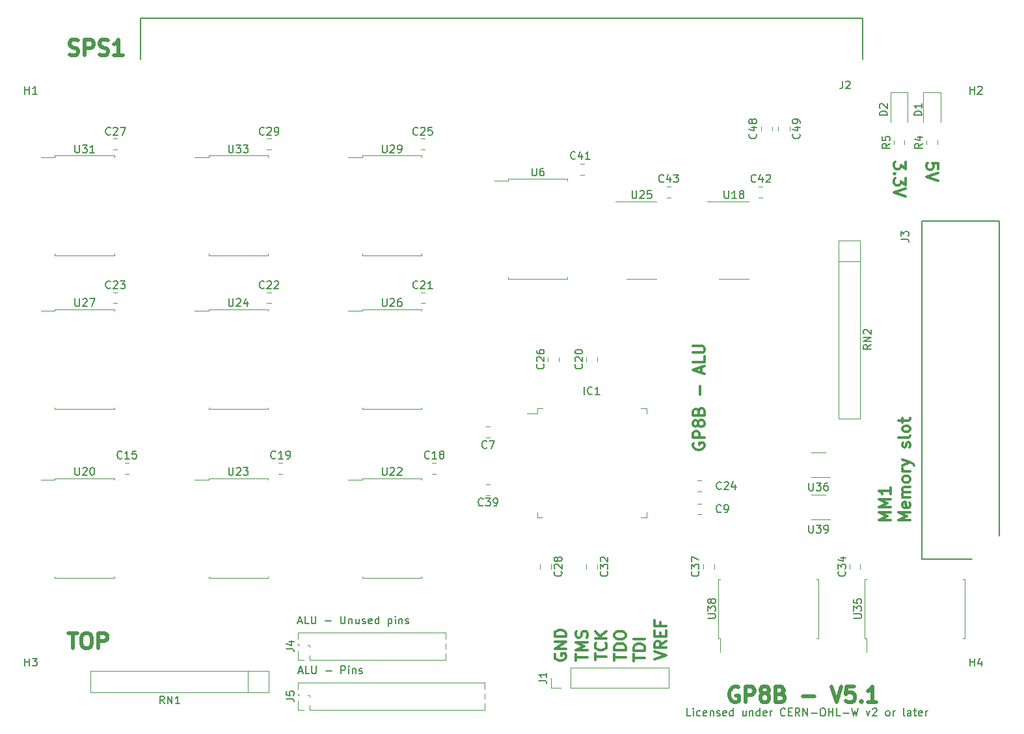
<source format=gbr>
G04 #@! TF.GenerationSoftware,KiCad,Pcbnew,(5.1.10)-1*
G04 #@! TF.CreationDate,2021-07-12T23:35:15+02:00*
G04 #@! TF.ProjectId,Project_GP8B,50726f6a-6563-4745-9f47-5038422e6b69,V5.1*
G04 #@! TF.SameCoordinates,PX3a2c940PY1e0a6e0*
G04 #@! TF.FileFunction,Legend,Top*
G04 #@! TF.FilePolarity,Positive*
%FSLAX46Y46*%
G04 Gerber Fmt 4.6, Leading zero omitted, Abs format (unit mm)*
G04 Created by KiCad (PCBNEW (5.1.10)-1) date 2021-07-12 23:35:15*
%MOMM*%
%LPD*%
G01*
G04 APERTURE LIST*
%ADD10C,0.500000*%
%ADD11C,0.150000*%
%ADD12C,0.300000*%
%ADD13C,0.120000*%
G04 APERTURE END LIST*
D10*
X10023809Y-4809523D02*
X10309523Y-4904761D01*
X10785714Y-4904761D01*
X10976190Y-4809523D01*
X11071428Y-4714285D01*
X11166666Y-4523809D01*
X11166666Y-4333333D01*
X11071428Y-4142857D01*
X10976190Y-4047619D01*
X10785714Y-3952380D01*
X10404761Y-3857142D01*
X10214285Y-3761904D01*
X10119047Y-3666666D01*
X10023809Y-3476190D01*
X10023809Y-3285714D01*
X10119047Y-3095238D01*
X10214285Y-3000000D01*
X10404761Y-2904761D01*
X10880952Y-2904761D01*
X11166666Y-3000000D01*
X12023809Y-4904761D02*
X12023809Y-2904761D01*
X12785714Y-2904761D01*
X12976190Y-3000000D01*
X13071428Y-3095238D01*
X13166666Y-3285714D01*
X13166666Y-3571428D01*
X13071428Y-3761904D01*
X12976190Y-3857142D01*
X12785714Y-3952380D01*
X12023809Y-3952380D01*
X13928571Y-4809523D02*
X14214285Y-4904761D01*
X14690476Y-4904761D01*
X14880952Y-4809523D01*
X14976190Y-4714285D01*
X15071428Y-4523809D01*
X15071428Y-4333333D01*
X14976190Y-4142857D01*
X14880952Y-4047619D01*
X14690476Y-3952380D01*
X14309523Y-3857142D01*
X14119047Y-3761904D01*
X14023809Y-3666666D01*
X13928571Y-3476190D01*
X13928571Y-3285714D01*
X14023809Y-3095238D01*
X14119047Y-3000000D01*
X14309523Y-2904761D01*
X14785714Y-2904761D01*
X15071428Y-3000000D01*
X16976190Y-4904761D02*
X15833333Y-4904761D01*
X16404761Y-4904761D02*
X16404761Y-2904761D01*
X16214285Y-3190476D01*
X16023809Y-3380952D01*
X15833333Y-3476190D01*
D11*
X39857142Y-85166666D02*
X40333333Y-85166666D01*
X39761904Y-85452380D02*
X40095238Y-84452380D01*
X40428571Y-85452380D01*
X41238095Y-85452380D02*
X40761904Y-85452380D01*
X40761904Y-84452380D01*
X41571428Y-84452380D02*
X41571428Y-85261904D01*
X41619047Y-85357142D01*
X41666666Y-85404761D01*
X41761904Y-85452380D01*
X41952380Y-85452380D01*
X42047619Y-85404761D01*
X42095238Y-85357142D01*
X42142857Y-85261904D01*
X42142857Y-84452380D01*
X43380952Y-85071428D02*
X44142857Y-85071428D01*
X45380952Y-85452380D02*
X45380952Y-84452380D01*
X45761904Y-84452380D01*
X45857142Y-84500000D01*
X45904761Y-84547619D01*
X45952380Y-84642857D01*
X45952380Y-84785714D01*
X45904761Y-84880952D01*
X45857142Y-84928571D01*
X45761904Y-84976190D01*
X45380952Y-84976190D01*
X46380952Y-85452380D02*
X46380952Y-84785714D01*
X46380952Y-84452380D02*
X46333333Y-84500000D01*
X46380952Y-84547619D01*
X46428571Y-84500000D01*
X46380952Y-84452380D01*
X46380952Y-84547619D01*
X46857142Y-84785714D02*
X46857142Y-85452380D01*
X46857142Y-84880952D02*
X46904761Y-84833333D01*
X47000000Y-84785714D01*
X47142857Y-84785714D01*
X47238095Y-84833333D01*
X47285714Y-84928571D01*
X47285714Y-85452380D01*
X47714285Y-85404761D02*
X47809523Y-85452380D01*
X48000000Y-85452380D01*
X48095238Y-85404761D01*
X48142857Y-85309523D01*
X48142857Y-85261904D01*
X48095238Y-85166666D01*
X48000000Y-85119047D01*
X47857142Y-85119047D01*
X47761904Y-85071428D01*
X47714285Y-84976190D01*
X47714285Y-84928571D01*
X47761904Y-84833333D01*
X47857142Y-84785714D01*
X48000000Y-84785714D01*
X48095238Y-84833333D01*
D12*
X86178571Y-83571428D02*
X87678571Y-83071428D01*
X86178571Y-82571428D01*
X87678571Y-81214285D02*
X86964285Y-81714285D01*
X87678571Y-82071428D02*
X86178571Y-82071428D01*
X86178571Y-81500000D01*
X86250000Y-81357142D01*
X86321428Y-81285714D01*
X86464285Y-81214285D01*
X86678571Y-81214285D01*
X86821428Y-81285714D01*
X86892857Y-81357142D01*
X86964285Y-81500000D01*
X86964285Y-82071428D01*
X86892857Y-80571428D02*
X86892857Y-80071428D01*
X87678571Y-79857142D02*
X87678571Y-80571428D01*
X86178571Y-80571428D01*
X86178571Y-79857142D01*
X86892857Y-78714285D02*
X86892857Y-79214285D01*
X87678571Y-79214285D02*
X86178571Y-79214285D01*
X86178571Y-78500000D01*
D11*
X90880952Y-90952380D02*
X90404761Y-90952380D01*
X90404761Y-89952380D01*
X91214285Y-90952380D02*
X91214285Y-90285714D01*
X91214285Y-89952380D02*
X91166666Y-90000000D01*
X91214285Y-90047619D01*
X91261904Y-90000000D01*
X91214285Y-89952380D01*
X91214285Y-90047619D01*
X92119047Y-90904761D02*
X92023809Y-90952380D01*
X91833333Y-90952380D01*
X91738095Y-90904761D01*
X91690476Y-90857142D01*
X91642857Y-90761904D01*
X91642857Y-90476190D01*
X91690476Y-90380952D01*
X91738095Y-90333333D01*
X91833333Y-90285714D01*
X92023809Y-90285714D01*
X92119047Y-90333333D01*
X92928571Y-90904761D02*
X92833333Y-90952380D01*
X92642857Y-90952380D01*
X92547619Y-90904761D01*
X92500000Y-90809523D01*
X92500000Y-90428571D01*
X92547619Y-90333333D01*
X92642857Y-90285714D01*
X92833333Y-90285714D01*
X92928571Y-90333333D01*
X92976190Y-90428571D01*
X92976190Y-90523809D01*
X92500000Y-90619047D01*
X93404761Y-90285714D02*
X93404761Y-90952380D01*
X93404761Y-90380952D02*
X93452380Y-90333333D01*
X93547619Y-90285714D01*
X93690476Y-90285714D01*
X93785714Y-90333333D01*
X93833333Y-90428571D01*
X93833333Y-90952380D01*
X94261904Y-90904761D02*
X94357142Y-90952380D01*
X94547619Y-90952380D01*
X94642857Y-90904761D01*
X94690476Y-90809523D01*
X94690476Y-90761904D01*
X94642857Y-90666666D01*
X94547619Y-90619047D01*
X94404761Y-90619047D01*
X94309523Y-90571428D01*
X94261904Y-90476190D01*
X94261904Y-90428571D01*
X94309523Y-90333333D01*
X94404761Y-90285714D01*
X94547619Y-90285714D01*
X94642857Y-90333333D01*
X95500000Y-90904761D02*
X95404761Y-90952380D01*
X95214285Y-90952380D01*
X95119047Y-90904761D01*
X95071428Y-90809523D01*
X95071428Y-90428571D01*
X95119047Y-90333333D01*
X95214285Y-90285714D01*
X95404761Y-90285714D01*
X95500000Y-90333333D01*
X95547619Y-90428571D01*
X95547619Y-90523809D01*
X95071428Y-90619047D01*
X96404761Y-90952380D02*
X96404761Y-89952380D01*
X96404761Y-90904761D02*
X96309523Y-90952380D01*
X96119047Y-90952380D01*
X96023809Y-90904761D01*
X95976190Y-90857142D01*
X95928571Y-90761904D01*
X95928571Y-90476190D01*
X95976190Y-90380952D01*
X96023809Y-90333333D01*
X96119047Y-90285714D01*
X96309523Y-90285714D01*
X96404761Y-90333333D01*
X98071428Y-90285714D02*
X98071428Y-90952380D01*
X97642857Y-90285714D02*
X97642857Y-90809523D01*
X97690476Y-90904761D01*
X97785714Y-90952380D01*
X97928571Y-90952380D01*
X98023809Y-90904761D01*
X98071428Y-90857142D01*
X98547619Y-90285714D02*
X98547619Y-90952380D01*
X98547619Y-90380952D02*
X98595238Y-90333333D01*
X98690476Y-90285714D01*
X98833333Y-90285714D01*
X98928571Y-90333333D01*
X98976190Y-90428571D01*
X98976190Y-90952380D01*
X99880952Y-90952380D02*
X99880952Y-89952380D01*
X99880952Y-90904761D02*
X99785714Y-90952380D01*
X99595238Y-90952380D01*
X99500000Y-90904761D01*
X99452380Y-90857142D01*
X99404761Y-90761904D01*
X99404761Y-90476190D01*
X99452380Y-90380952D01*
X99500000Y-90333333D01*
X99595238Y-90285714D01*
X99785714Y-90285714D01*
X99880952Y-90333333D01*
X100738095Y-90904761D02*
X100642857Y-90952380D01*
X100452380Y-90952380D01*
X100357142Y-90904761D01*
X100309523Y-90809523D01*
X100309523Y-90428571D01*
X100357142Y-90333333D01*
X100452380Y-90285714D01*
X100642857Y-90285714D01*
X100738095Y-90333333D01*
X100785714Y-90428571D01*
X100785714Y-90523809D01*
X100309523Y-90619047D01*
X101214285Y-90952380D02*
X101214285Y-90285714D01*
X101214285Y-90476190D02*
X101261904Y-90380952D01*
X101309523Y-90333333D01*
X101404761Y-90285714D01*
X101500000Y-90285714D01*
X103166666Y-90857142D02*
X103119047Y-90904761D01*
X102976190Y-90952380D01*
X102880952Y-90952380D01*
X102738095Y-90904761D01*
X102642857Y-90809523D01*
X102595238Y-90714285D01*
X102547619Y-90523809D01*
X102547619Y-90380952D01*
X102595238Y-90190476D01*
X102642857Y-90095238D01*
X102738095Y-90000000D01*
X102880952Y-89952380D01*
X102976190Y-89952380D01*
X103119047Y-90000000D01*
X103166666Y-90047619D01*
X103595238Y-90428571D02*
X103928571Y-90428571D01*
X104071428Y-90952380D02*
X103595238Y-90952380D01*
X103595238Y-89952380D01*
X104071428Y-89952380D01*
X105071428Y-90952380D02*
X104738095Y-90476190D01*
X104500000Y-90952380D02*
X104500000Y-89952380D01*
X104880952Y-89952380D01*
X104976190Y-90000000D01*
X105023809Y-90047619D01*
X105071428Y-90142857D01*
X105071428Y-90285714D01*
X105023809Y-90380952D01*
X104976190Y-90428571D01*
X104880952Y-90476190D01*
X104500000Y-90476190D01*
X105500000Y-90952380D02*
X105500000Y-89952380D01*
X106071428Y-90952380D01*
X106071428Y-89952380D01*
X106547619Y-90571428D02*
X107309523Y-90571428D01*
X107976190Y-89952380D02*
X108166666Y-89952380D01*
X108261904Y-90000000D01*
X108357142Y-90095238D01*
X108404761Y-90285714D01*
X108404761Y-90619047D01*
X108357142Y-90809523D01*
X108261904Y-90904761D01*
X108166666Y-90952380D01*
X107976190Y-90952380D01*
X107880952Y-90904761D01*
X107785714Y-90809523D01*
X107738095Y-90619047D01*
X107738095Y-90285714D01*
X107785714Y-90095238D01*
X107880952Y-90000000D01*
X107976190Y-89952380D01*
X108833333Y-90952380D02*
X108833333Y-89952380D01*
X108833333Y-90428571D02*
X109404761Y-90428571D01*
X109404761Y-90952380D02*
X109404761Y-89952380D01*
X110357142Y-90952380D02*
X109880952Y-90952380D01*
X109880952Y-89952380D01*
X110690476Y-90571428D02*
X111452380Y-90571428D01*
X111833333Y-89952380D02*
X112071428Y-90952380D01*
X112261904Y-90238095D01*
X112452380Y-90952380D01*
X112690476Y-89952380D01*
X113738095Y-90285714D02*
X113976190Y-90952380D01*
X114214285Y-90285714D01*
X114547619Y-90047619D02*
X114595238Y-90000000D01*
X114690476Y-89952380D01*
X114928571Y-89952380D01*
X115023809Y-90000000D01*
X115071428Y-90047619D01*
X115119047Y-90142857D01*
X115119047Y-90238095D01*
X115071428Y-90380952D01*
X114500000Y-90952380D01*
X115119047Y-90952380D01*
X116452380Y-90952380D02*
X116357142Y-90904761D01*
X116309523Y-90857142D01*
X116261904Y-90761904D01*
X116261904Y-90476190D01*
X116309523Y-90380952D01*
X116357142Y-90333333D01*
X116452380Y-90285714D01*
X116595238Y-90285714D01*
X116690476Y-90333333D01*
X116738095Y-90380952D01*
X116785714Y-90476190D01*
X116785714Y-90761904D01*
X116738095Y-90857142D01*
X116690476Y-90904761D01*
X116595238Y-90952380D01*
X116452380Y-90952380D01*
X117214285Y-90952380D02*
X117214285Y-90285714D01*
X117214285Y-90476190D02*
X117261904Y-90380952D01*
X117309523Y-90333333D01*
X117404761Y-90285714D01*
X117500000Y-90285714D01*
X118738095Y-90952380D02*
X118642857Y-90904761D01*
X118595238Y-90809523D01*
X118595238Y-89952380D01*
X119547619Y-90952380D02*
X119547619Y-90428571D01*
X119500000Y-90333333D01*
X119404761Y-90285714D01*
X119214285Y-90285714D01*
X119119047Y-90333333D01*
X119547619Y-90904761D02*
X119452380Y-90952380D01*
X119214285Y-90952380D01*
X119119047Y-90904761D01*
X119071428Y-90809523D01*
X119071428Y-90714285D01*
X119119047Y-90619047D01*
X119214285Y-90571428D01*
X119452380Y-90571428D01*
X119547619Y-90523809D01*
X119880952Y-90285714D02*
X120261904Y-90285714D01*
X120023809Y-89952380D02*
X120023809Y-90809523D01*
X120071428Y-90904761D01*
X120166666Y-90952380D01*
X120261904Y-90952380D01*
X120976190Y-90904761D02*
X120880952Y-90952380D01*
X120690476Y-90952380D01*
X120595238Y-90904761D01*
X120547619Y-90809523D01*
X120547619Y-90428571D01*
X120595238Y-90333333D01*
X120690476Y-90285714D01*
X120880952Y-90285714D01*
X120976190Y-90333333D01*
X121023809Y-90428571D01*
X121023809Y-90523809D01*
X120547619Y-90619047D01*
X121452380Y-90952380D02*
X121452380Y-90285714D01*
X121452380Y-90476190D02*
X121500000Y-90380952D01*
X121547619Y-90333333D01*
X121642857Y-90285714D01*
X121738095Y-90285714D01*
X39809523Y-78666666D02*
X40285714Y-78666666D01*
X39714285Y-78952380D02*
X40047619Y-77952380D01*
X40380952Y-78952380D01*
X41190476Y-78952380D02*
X40714285Y-78952380D01*
X40714285Y-77952380D01*
X41523809Y-77952380D02*
X41523809Y-78761904D01*
X41571428Y-78857142D01*
X41619047Y-78904761D01*
X41714285Y-78952380D01*
X41904761Y-78952380D01*
X42000000Y-78904761D01*
X42047619Y-78857142D01*
X42095238Y-78761904D01*
X42095238Y-77952380D01*
X43333333Y-78571428D02*
X44095238Y-78571428D01*
X45333333Y-77952380D02*
X45333333Y-78761904D01*
X45380952Y-78857142D01*
X45428571Y-78904761D01*
X45523809Y-78952380D01*
X45714285Y-78952380D01*
X45809523Y-78904761D01*
X45857142Y-78857142D01*
X45904761Y-78761904D01*
X45904761Y-77952380D01*
X46380952Y-78285714D02*
X46380952Y-78952380D01*
X46380952Y-78380952D02*
X46428571Y-78333333D01*
X46523809Y-78285714D01*
X46666666Y-78285714D01*
X46761904Y-78333333D01*
X46809523Y-78428571D01*
X46809523Y-78952380D01*
X47714285Y-78285714D02*
X47714285Y-78952380D01*
X47285714Y-78285714D02*
X47285714Y-78809523D01*
X47333333Y-78904761D01*
X47428571Y-78952380D01*
X47571428Y-78952380D01*
X47666666Y-78904761D01*
X47714285Y-78857142D01*
X48142857Y-78904761D02*
X48238095Y-78952380D01*
X48428571Y-78952380D01*
X48523809Y-78904761D01*
X48571428Y-78809523D01*
X48571428Y-78761904D01*
X48523809Y-78666666D01*
X48428571Y-78619047D01*
X48285714Y-78619047D01*
X48190476Y-78571428D01*
X48142857Y-78476190D01*
X48142857Y-78428571D01*
X48190476Y-78333333D01*
X48285714Y-78285714D01*
X48428571Y-78285714D01*
X48523809Y-78333333D01*
X49380952Y-78904761D02*
X49285714Y-78952380D01*
X49095238Y-78952380D01*
X49000000Y-78904761D01*
X48952380Y-78809523D01*
X48952380Y-78428571D01*
X49000000Y-78333333D01*
X49095238Y-78285714D01*
X49285714Y-78285714D01*
X49380952Y-78333333D01*
X49428571Y-78428571D01*
X49428571Y-78523809D01*
X48952380Y-78619047D01*
X50285714Y-78952380D02*
X50285714Y-77952380D01*
X50285714Y-78904761D02*
X50190476Y-78952380D01*
X49999999Y-78952380D01*
X49904761Y-78904761D01*
X49857142Y-78857142D01*
X49809523Y-78761904D01*
X49809523Y-78476190D01*
X49857142Y-78380952D01*
X49904761Y-78333333D01*
X49999999Y-78285714D01*
X50190476Y-78285714D01*
X50285714Y-78333333D01*
X51523809Y-78285714D02*
X51523809Y-79285714D01*
X51523809Y-78333333D02*
X51619047Y-78285714D01*
X51809523Y-78285714D01*
X51904761Y-78333333D01*
X51952380Y-78380952D01*
X51999999Y-78476190D01*
X51999999Y-78761904D01*
X51952380Y-78857142D01*
X51904761Y-78904761D01*
X51809523Y-78952380D01*
X51619047Y-78952380D01*
X51523809Y-78904761D01*
X52428571Y-78952380D02*
X52428571Y-78285714D01*
X52428571Y-77952380D02*
X52380952Y-78000000D01*
X52428571Y-78047619D01*
X52476190Y-78000000D01*
X52428571Y-77952380D01*
X52428571Y-78047619D01*
X52904761Y-78285714D02*
X52904761Y-78952380D01*
X52904761Y-78380952D02*
X52952380Y-78333333D01*
X53047619Y-78285714D01*
X53190476Y-78285714D01*
X53285714Y-78333333D01*
X53333333Y-78428571D01*
X53333333Y-78952380D01*
X53761904Y-78904761D02*
X53857142Y-78952380D01*
X54047619Y-78952380D01*
X54142857Y-78904761D01*
X54190476Y-78809523D01*
X54190476Y-78761904D01*
X54142857Y-78666666D01*
X54047619Y-78619047D01*
X53904761Y-78619047D01*
X53809523Y-78571428D01*
X53761904Y-78476190D01*
X53761904Y-78428571D01*
X53809523Y-78333333D01*
X53904761Y-78285714D01*
X54047619Y-78285714D01*
X54142857Y-78333333D01*
D12*
X83428571Y-83785714D02*
X83428571Y-82928571D01*
X84928571Y-83357142D02*
X83428571Y-83357142D01*
X84928571Y-82428571D02*
X83428571Y-82428571D01*
X83428571Y-82071428D01*
X83500000Y-81857142D01*
X83642857Y-81714285D01*
X83785714Y-81642857D01*
X84071428Y-81571428D01*
X84285714Y-81571428D01*
X84571428Y-81642857D01*
X84714285Y-81714285D01*
X84857142Y-81857142D01*
X84928571Y-82071428D01*
X84928571Y-82428571D01*
X84928571Y-80928571D02*
X83428571Y-80928571D01*
X80928571Y-83714285D02*
X80928571Y-82857142D01*
X82428571Y-83285714D02*
X80928571Y-83285714D01*
X82428571Y-82357142D02*
X80928571Y-82357142D01*
X80928571Y-82000000D01*
X81000000Y-81785714D01*
X81142857Y-81642857D01*
X81285714Y-81571428D01*
X81571428Y-81500000D01*
X81785714Y-81500000D01*
X82071428Y-81571428D01*
X82214285Y-81642857D01*
X82357142Y-81785714D01*
X82428571Y-82000000D01*
X82428571Y-82357142D01*
X80928571Y-80571428D02*
X80928571Y-80285714D01*
X81000000Y-80142857D01*
X81142857Y-80000000D01*
X81428571Y-79928571D01*
X81928571Y-79928571D01*
X82214285Y-80000000D01*
X82357142Y-80142857D01*
X82428571Y-80285714D01*
X82428571Y-80571428D01*
X82357142Y-80714285D01*
X82214285Y-80857142D01*
X81928571Y-80928571D01*
X81428571Y-80928571D01*
X81142857Y-80857142D01*
X81000000Y-80714285D01*
X80928571Y-80571428D01*
X78428571Y-83678571D02*
X78428571Y-82821428D01*
X79928571Y-83250000D02*
X78428571Y-83250000D01*
X79785714Y-81464285D02*
X79857142Y-81535714D01*
X79928571Y-81750000D01*
X79928571Y-81892857D01*
X79857142Y-82107142D01*
X79714285Y-82250000D01*
X79571428Y-82321428D01*
X79285714Y-82392857D01*
X79071428Y-82392857D01*
X78785714Y-82321428D01*
X78642857Y-82250000D01*
X78500000Y-82107142D01*
X78428571Y-81892857D01*
X78428571Y-81750000D01*
X78500000Y-81535714D01*
X78571428Y-81464285D01*
X79928571Y-80821428D02*
X78428571Y-80821428D01*
X79928571Y-79964285D02*
X79071428Y-80607142D01*
X78428571Y-79964285D02*
X79285714Y-80821428D01*
X75928571Y-83750000D02*
X75928571Y-82892857D01*
X77428571Y-83321428D02*
X75928571Y-83321428D01*
X77428571Y-82392857D02*
X75928571Y-82392857D01*
X77000000Y-81892857D01*
X75928571Y-81392857D01*
X77428571Y-81392857D01*
X77357142Y-80750000D02*
X77428571Y-80535714D01*
X77428571Y-80178571D01*
X77357142Y-80035714D01*
X77285714Y-79964285D01*
X77142857Y-79892857D01*
X77000000Y-79892857D01*
X76857142Y-79964285D01*
X76785714Y-80035714D01*
X76714285Y-80178571D01*
X76642857Y-80464285D01*
X76571428Y-80607142D01*
X76500000Y-80678571D01*
X76357142Y-80750000D01*
X76214285Y-80750000D01*
X76071428Y-80678571D01*
X76000000Y-80607142D01*
X75928571Y-80464285D01*
X75928571Y-80107142D01*
X76000000Y-79892857D01*
X73250000Y-82892857D02*
X73178571Y-83035714D01*
X73178571Y-83250000D01*
X73250000Y-83464285D01*
X73392857Y-83607142D01*
X73535714Y-83678571D01*
X73821428Y-83750000D01*
X74035714Y-83750000D01*
X74321428Y-83678571D01*
X74464285Y-83607142D01*
X74607142Y-83464285D01*
X74678571Y-83250000D01*
X74678571Y-83107142D01*
X74607142Y-82892857D01*
X74535714Y-82821428D01*
X74035714Y-82821428D01*
X74035714Y-83107142D01*
X74678571Y-82178571D02*
X73178571Y-82178571D01*
X74678571Y-81321428D01*
X73178571Y-81321428D01*
X74678571Y-80607142D02*
X73178571Y-80607142D01*
X73178571Y-80250000D01*
X73250000Y-80035714D01*
X73392857Y-79892857D01*
X73535714Y-79821428D01*
X73821428Y-79750000D01*
X74035714Y-79750000D01*
X74321428Y-79821428D01*
X74464285Y-79892857D01*
X74607142Y-80035714D01*
X74678571Y-80250000D01*
X74678571Y-80607142D01*
X91250000Y-55428571D02*
X91178571Y-55571428D01*
X91178571Y-55785714D01*
X91250000Y-56000000D01*
X91392857Y-56142857D01*
X91535714Y-56214285D01*
X91821428Y-56285714D01*
X92035714Y-56285714D01*
X92321428Y-56214285D01*
X92464285Y-56142857D01*
X92607142Y-56000000D01*
X92678571Y-55785714D01*
X92678571Y-55642857D01*
X92607142Y-55428571D01*
X92535714Y-55357142D01*
X92035714Y-55357142D01*
X92035714Y-55642857D01*
X92678571Y-54714285D02*
X91178571Y-54714285D01*
X91178571Y-54142857D01*
X91250000Y-54000000D01*
X91321428Y-53928571D01*
X91464285Y-53857142D01*
X91678571Y-53857142D01*
X91821428Y-53928571D01*
X91892857Y-54000000D01*
X91964285Y-54142857D01*
X91964285Y-54714285D01*
X91821428Y-53000000D02*
X91750000Y-53142857D01*
X91678571Y-53214285D01*
X91535714Y-53285714D01*
X91464285Y-53285714D01*
X91321428Y-53214285D01*
X91250000Y-53142857D01*
X91178571Y-53000000D01*
X91178571Y-52714285D01*
X91250000Y-52571428D01*
X91321428Y-52500000D01*
X91464285Y-52428571D01*
X91535714Y-52428571D01*
X91678571Y-52500000D01*
X91750000Y-52571428D01*
X91821428Y-52714285D01*
X91821428Y-53000000D01*
X91892857Y-53142857D01*
X91964285Y-53214285D01*
X92107142Y-53285714D01*
X92392857Y-53285714D01*
X92535714Y-53214285D01*
X92607142Y-53142857D01*
X92678571Y-53000000D01*
X92678571Y-52714285D01*
X92607142Y-52571428D01*
X92535714Y-52500000D01*
X92392857Y-52428571D01*
X92107142Y-52428571D01*
X91964285Y-52500000D01*
X91892857Y-52571428D01*
X91821428Y-52714285D01*
X91892857Y-51285714D02*
X91964285Y-51071428D01*
X92035714Y-51000000D01*
X92178571Y-50928571D01*
X92392857Y-50928571D01*
X92535714Y-51000000D01*
X92607142Y-51071428D01*
X92678571Y-51214285D01*
X92678571Y-51785714D01*
X91178571Y-51785714D01*
X91178571Y-51285714D01*
X91250000Y-51142857D01*
X91321428Y-51071428D01*
X91464285Y-51000000D01*
X91607142Y-51000000D01*
X91750000Y-51071428D01*
X91821428Y-51142857D01*
X91892857Y-51285714D01*
X91892857Y-51785714D01*
X92107142Y-49142857D02*
X92107142Y-48000000D01*
X92250000Y-46214285D02*
X92250000Y-45500000D01*
X92678571Y-46357142D02*
X91178571Y-45857142D01*
X92678571Y-45357142D01*
X92678571Y-44142857D02*
X92678571Y-44857142D01*
X91178571Y-44857142D01*
X91178571Y-43642857D02*
X92392857Y-43642857D01*
X92535714Y-43571428D01*
X92607142Y-43500000D01*
X92678571Y-43357142D01*
X92678571Y-43071428D01*
X92607142Y-42928571D01*
X92535714Y-42857142D01*
X92392857Y-42785714D01*
X91178571Y-42785714D01*
X123071428Y-19714285D02*
X123071428Y-19000000D01*
X122357142Y-18928571D01*
X122428571Y-19000000D01*
X122500000Y-19142857D01*
X122500000Y-19500000D01*
X122428571Y-19642857D01*
X122357142Y-19714285D01*
X122214285Y-19785714D01*
X121857142Y-19785714D01*
X121714285Y-19714285D01*
X121642857Y-19642857D01*
X121571428Y-19500000D01*
X121571428Y-19142857D01*
X121642857Y-19000000D01*
X121714285Y-18928571D01*
X123071428Y-20214285D02*
X121571428Y-20714285D01*
X123071428Y-21214285D01*
X118821428Y-18785714D02*
X118821428Y-19714285D01*
X118250000Y-19214285D01*
X118250000Y-19428571D01*
X118178571Y-19571428D01*
X118107142Y-19642857D01*
X117964285Y-19714285D01*
X117607142Y-19714285D01*
X117464285Y-19642857D01*
X117392857Y-19571428D01*
X117321428Y-19428571D01*
X117321428Y-19000000D01*
X117392857Y-18857142D01*
X117464285Y-18785714D01*
X117464285Y-20357142D02*
X117392857Y-20428571D01*
X117321428Y-20357142D01*
X117392857Y-20285714D01*
X117464285Y-20357142D01*
X117321428Y-20357142D01*
X118821428Y-20928571D02*
X118821428Y-21857142D01*
X118250000Y-21357142D01*
X118250000Y-21571428D01*
X118178571Y-21714285D01*
X118107142Y-21785714D01*
X117964285Y-21857142D01*
X117607142Y-21857142D01*
X117464285Y-21785714D01*
X117392857Y-21714285D01*
X117321428Y-21571428D01*
X117321428Y-21142857D01*
X117392857Y-21000000D01*
X117464285Y-20928571D01*
X118821428Y-22285714D02*
X117321428Y-22785714D01*
X118821428Y-23285714D01*
X116903571Y-65447857D02*
X115403571Y-65447857D01*
X116475000Y-64947857D01*
X115403571Y-64447857D01*
X116903571Y-64447857D01*
X116903571Y-63733571D02*
X115403571Y-63733571D01*
X116475000Y-63233571D01*
X115403571Y-62733571D01*
X116903571Y-62733571D01*
X116903571Y-61233571D02*
X116903571Y-62090714D01*
X116903571Y-61662142D02*
X115403571Y-61662142D01*
X115617857Y-61805000D01*
X115760714Y-61947857D01*
X115832142Y-62090714D01*
X119453571Y-65447857D02*
X117953571Y-65447857D01*
X119025000Y-64947857D01*
X117953571Y-64447857D01*
X119453571Y-64447857D01*
X119382142Y-63162142D02*
X119453571Y-63305000D01*
X119453571Y-63590714D01*
X119382142Y-63733571D01*
X119239285Y-63805000D01*
X118667857Y-63805000D01*
X118525000Y-63733571D01*
X118453571Y-63590714D01*
X118453571Y-63305000D01*
X118525000Y-63162142D01*
X118667857Y-63090714D01*
X118810714Y-63090714D01*
X118953571Y-63805000D01*
X119453571Y-62447857D02*
X118453571Y-62447857D01*
X118596428Y-62447857D02*
X118525000Y-62376428D01*
X118453571Y-62233571D01*
X118453571Y-62019285D01*
X118525000Y-61876428D01*
X118667857Y-61805000D01*
X119453571Y-61805000D01*
X118667857Y-61805000D02*
X118525000Y-61733571D01*
X118453571Y-61590714D01*
X118453571Y-61376428D01*
X118525000Y-61233571D01*
X118667857Y-61162142D01*
X119453571Y-61162142D01*
X119453571Y-60233571D02*
X119382142Y-60376428D01*
X119310714Y-60447857D01*
X119167857Y-60519285D01*
X118739285Y-60519285D01*
X118596428Y-60447857D01*
X118525000Y-60376428D01*
X118453571Y-60233571D01*
X118453571Y-60019285D01*
X118525000Y-59876428D01*
X118596428Y-59805000D01*
X118739285Y-59733571D01*
X119167857Y-59733571D01*
X119310714Y-59805000D01*
X119382142Y-59876428D01*
X119453571Y-60019285D01*
X119453571Y-60233571D01*
X119453571Y-59090714D02*
X118453571Y-59090714D01*
X118739285Y-59090714D02*
X118596428Y-59019285D01*
X118525000Y-58947857D01*
X118453571Y-58805000D01*
X118453571Y-58662142D01*
X118453571Y-58305000D02*
X119453571Y-57947857D01*
X118453571Y-57590714D02*
X119453571Y-57947857D01*
X119810714Y-58090714D01*
X119882142Y-58162142D01*
X119953571Y-58305000D01*
X119382142Y-55947857D02*
X119453571Y-55805000D01*
X119453571Y-55519285D01*
X119382142Y-55376428D01*
X119239285Y-55305000D01*
X119167857Y-55305000D01*
X119025000Y-55376428D01*
X118953571Y-55519285D01*
X118953571Y-55733571D01*
X118882142Y-55876428D01*
X118739285Y-55947857D01*
X118667857Y-55947857D01*
X118525000Y-55876428D01*
X118453571Y-55733571D01*
X118453571Y-55519285D01*
X118525000Y-55376428D01*
X119453571Y-54447857D02*
X119382142Y-54590714D01*
X119239285Y-54662142D01*
X117953571Y-54662142D01*
X119453571Y-53662142D02*
X119382142Y-53805000D01*
X119310714Y-53876428D01*
X119167857Y-53947857D01*
X118739285Y-53947857D01*
X118596428Y-53876428D01*
X118525000Y-53805000D01*
X118453571Y-53662142D01*
X118453571Y-53447857D01*
X118525000Y-53305000D01*
X118596428Y-53233571D01*
X118739285Y-53162142D01*
X119167857Y-53162142D01*
X119310714Y-53233571D01*
X119382142Y-53305000D01*
X119453571Y-53447857D01*
X119453571Y-53662142D01*
X118453571Y-52733571D02*
X118453571Y-52162142D01*
X117953571Y-52519285D02*
X119239285Y-52519285D01*
X119382142Y-52447857D01*
X119453571Y-52305000D01*
X119453571Y-52162142D01*
D10*
X9880952Y-80154761D02*
X11023809Y-80154761D01*
X10452380Y-82154761D02*
X10452380Y-80154761D01*
X12071428Y-80154761D02*
X12452380Y-80154761D01*
X12642857Y-80250000D01*
X12833333Y-80440476D01*
X12928571Y-80821428D01*
X12928571Y-81488095D01*
X12833333Y-81869047D01*
X12642857Y-82059523D01*
X12452380Y-82154761D01*
X12071428Y-82154761D01*
X11880952Y-82059523D01*
X11690476Y-81869047D01*
X11595238Y-81488095D01*
X11595238Y-80821428D01*
X11690476Y-80440476D01*
X11880952Y-80250000D01*
X12071428Y-80154761D01*
X13785714Y-82154761D02*
X13785714Y-80154761D01*
X14547619Y-80154761D01*
X14738095Y-80250000D01*
X14833333Y-80345238D01*
X14928571Y-80535714D01*
X14928571Y-80821428D01*
X14833333Y-81011904D01*
X14738095Y-81107142D01*
X14547619Y-81202380D01*
X13785714Y-81202380D01*
X97071428Y-87250000D02*
X96880952Y-87154761D01*
X96595238Y-87154761D01*
X96309523Y-87250000D01*
X96119047Y-87440476D01*
X96023809Y-87630952D01*
X95928571Y-88011904D01*
X95928571Y-88297619D01*
X96023809Y-88678571D01*
X96119047Y-88869047D01*
X96309523Y-89059523D01*
X96595238Y-89154761D01*
X96785714Y-89154761D01*
X97071428Y-89059523D01*
X97166666Y-88964285D01*
X97166666Y-88297619D01*
X96785714Y-88297619D01*
X98023809Y-89154761D02*
X98023809Y-87154761D01*
X98785714Y-87154761D01*
X98976190Y-87250000D01*
X99071428Y-87345238D01*
X99166666Y-87535714D01*
X99166666Y-87821428D01*
X99071428Y-88011904D01*
X98976190Y-88107142D01*
X98785714Y-88202380D01*
X98023809Y-88202380D01*
X100309523Y-88011904D02*
X100119047Y-87916666D01*
X100023809Y-87821428D01*
X99928571Y-87630952D01*
X99928571Y-87535714D01*
X100023809Y-87345238D01*
X100119047Y-87250000D01*
X100309523Y-87154761D01*
X100690476Y-87154761D01*
X100880952Y-87250000D01*
X100976190Y-87345238D01*
X101071428Y-87535714D01*
X101071428Y-87630952D01*
X100976190Y-87821428D01*
X100880952Y-87916666D01*
X100690476Y-88011904D01*
X100309523Y-88011904D01*
X100119047Y-88107142D01*
X100023809Y-88202380D01*
X99928571Y-88392857D01*
X99928571Y-88773809D01*
X100023809Y-88964285D01*
X100119047Y-89059523D01*
X100309523Y-89154761D01*
X100690476Y-89154761D01*
X100880952Y-89059523D01*
X100976190Y-88964285D01*
X101071428Y-88773809D01*
X101071428Y-88392857D01*
X100976190Y-88202380D01*
X100880952Y-88107142D01*
X100690476Y-88011904D01*
X102595238Y-88107142D02*
X102880952Y-88202380D01*
X102976190Y-88297619D01*
X103071428Y-88488095D01*
X103071428Y-88773809D01*
X102976190Y-88964285D01*
X102880952Y-89059523D01*
X102690476Y-89154761D01*
X101928571Y-89154761D01*
X101928571Y-87154761D01*
X102595238Y-87154761D01*
X102785714Y-87250000D01*
X102880952Y-87345238D01*
X102976190Y-87535714D01*
X102976190Y-87726190D01*
X102880952Y-87916666D01*
X102785714Y-88011904D01*
X102595238Y-88107142D01*
X101928571Y-88107142D01*
X105452380Y-88392857D02*
X106976190Y-88392857D01*
X109166666Y-87154761D02*
X109833333Y-89154761D01*
X110500000Y-87154761D01*
X112119047Y-87154761D02*
X111166666Y-87154761D01*
X111071428Y-88107142D01*
X111166666Y-88011904D01*
X111357142Y-87916666D01*
X111833333Y-87916666D01*
X112023809Y-88011904D01*
X112119047Y-88107142D01*
X112214285Y-88297619D01*
X112214285Y-88773809D01*
X112119047Y-88964285D01*
X112023809Y-89059523D01*
X111833333Y-89154761D01*
X111357142Y-89154761D01*
X111166666Y-89059523D01*
X111071428Y-88964285D01*
X113071428Y-88964285D02*
X113166666Y-89059523D01*
X113071428Y-89154761D01*
X112976190Y-89059523D01*
X113071428Y-88964285D01*
X113071428Y-89154761D01*
X115071428Y-89154761D02*
X113928571Y-89154761D01*
X114500000Y-89154761D02*
X114500000Y-87154761D01*
X114309523Y-87440476D01*
X114119047Y-87630952D01*
X113928571Y-87726190D01*
D11*
X131000000Y-28500000D02*
X131000000Y-67500000D01*
X121000000Y-26500000D02*
X121000000Y-28500000D01*
X131000000Y-26500000D02*
X121000000Y-26500000D01*
X131000000Y-28500000D02*
X131000000Y-26500000D01*
X121000000Y-70500000D02*
X121000000Y-68500000D01*
X127500000Y-70500000D02*
X121000000Y-70500000D01*
X121000000Y-68500000D02*
X121000000Y-65500000D01*
X121000000Y-65500000D02*
X121000000Y-28500000D01*
X19280000Y-50000D02*
X19280000Y-5420000D01*
X19280000Y-50000D02*
X21830000Y-50000D01*
X110720000Y-50000D02*
X113270000Y-50000D01*
X113270000Y-50000D02*
X113270000Y-5420000D01*
X21820000Y-50000D02*
X26900000Y-50000D01*
X105640000Y-50000D02*
X110720000Y-50000D01*
X26900000Y-50000D02*
X105640000Y-50000D01*
D13*
X64758578Y-53290000D02*
X64241422Y-53290000D01*
X64758578Y-54710000D02*
X64241422Y-54710000D01*
X91741422Y-63290000D02*
X92258578Y-63290000D01*
X91741422Y-64710000D02*
X92258578Y-64710000D01*
X17758578Y-58040000D02*
X17241422Y-58040000D01*
X17758578Y-59460000D02*
X17241422Y-59460000D01*
X57758578Y-59460000D02*
X57241422Y-59460000D01*
X57758578Y-58040000D02*
X57241422Y-58040000D01*
X37758578Y-59460000D02*
X37241422Y-59460000D01*
X37758578Y-58040000D02*
X37241422Y-58040000D01*
X78710000Y-44758578D02*
X78710000Y-44241422D01*
X77290000Y-44758578D02*
X77290000Y-44241422D01*
X55741422Y-37210000D02*
X56258578Y-37210000D01*
X55741422Y-35790000D02*
X56258578Y-35790000D01*
X35741422Y-37210000D02*
X36258578Y-37210000D01*
X35741422Y-35790000D02*
X36258578Y-35790000D01*
X15741422Y-35790000D02*
X16258578Y-35790000D01*
X15741422Y-37210000D02*
X16258578Y-37210000D01*
X91741422Y-61710000D02*
X92258578Y-61710000D01*
X91741422Y-60290000D02*
X92258578Y-60290000D01*
X55741422Y-15790000D02*
X56258578Y-15790000D01*
X55741422Y-17210000D02*
X56258578Y-17210000D01*
X73710000Y-44758578D02*
X73710000Y-44241422D01*
X72290000Y-44758578D02*
X72290000Y-44241422D01*
X15741422Y-17210000D02*
X16258578Y-17210000D01*
X15741422Y-15790000D02*
X16258578Y-15790000D01*
X72710000Y-71241422D02*
X72710000Y-71758578D01*
X71290000Y-71241422D02*
X71290000Y-71758578D01*
X35741422Y-15790000D02*
X36258578Y-15790000D01*
X35741422Y-17210000D02*
X36258578Y-17210000D01*
X77290000Y-71241422D02*
X77290000Y-71758578D01*
X78710000Y-71241422D02*
X78710000Y-71758578D01*
X112960000Y-71758578D02*
X112960000Y-71241422D01*
X111540000Y-71758578D02*
X111540000Y-71241422D01*
X93960000Y-71241422D02*
X93960000Y-71758578D01*
X92540000Y-71241422D02*
X92540000Y-71758578D01*
X64758578Y-62210000D02*
X64241422Y-62210000D01*
X64758578Y-60790000D02*
X64241422Y-60790000D01*
X77008578Y-20460000D02*
X76491422Y-20460000D01*
X77008578Y-19040000D02*
X76491422Y-19040000D01*
X100258578Y-23460000D02*
X99741422Y-23460000D01*
X100258578Y-22040000D02*
X99741422Y-22040000D01*
X88258578Y-22040000D02*
X87741422Y-22040000D01*
X88258578Y-23460000D02*
X87741422Y-23460000D01*
X123385000Y-13600000D02*
X123385000Y-9715000D01*
X123385000Y-9715000D02*
X121115000Y-9715000D01*
X121115000Y-9715000D02*
X121115000Y-13600000D01*
X116865000Y-9715000D02*
X116865000Y-13600000D01*
X119135000Y-9715000D02*
X116865000Y-9715000D01*
X119135000Y-13600000D02*
X119135000Y-9715000D01*
X121540000Y-16508578D02*
X121540000Y-15991422D01*
X122960000Y-16508578D02*
X122960000Y-15991422D01*
X118710000Y-16508578D02*
X118710000Y-15991422D01*
X117290000Y-16508578D02*
X117290000Y-15991422D01*
X33230000Y-87900000D02*
X33230000Y-85100000D01*
X12740000Y-87900000D02*
X35940000Y-87900000D01*
X12740000Y-85100000D02*
X12740000Y-87900000D01*
X35940000Y-85100000D02*
X12740000Y-85100000D01*
X35940000Y-87900000D02*
X35940000Y-85100000D01*
X112900000Y-29060000D02*
X110100000Y-29060000D01*
X110100000Y-29060000D02*
X110100000Y-52260000D01*
X110100000Y-52260000D02*
X112900000Y-52260000D01*
X112900000Y-52260000D02*
X112900000Y-29060000D01*
X112900000Y-31770000D02*
X110100000Y-31770000D01*
X71000000Y-34010000D02*
X74860000Y-34010000D01*
X74860000Y-34010000D02*
X74860000Y-33775000D01*
X71000000Y-34010000D02*
X67140000Y-34010000D01*
X67140000Y-34010000D02*
X67140000Y-33775000D01*
X71000000Y-20990000D02*
X74860000Y-20990000D01*
X74860000Y-20990000D02*
X74860000Y-21225000D01*
X71000000Y-20990000D02*
X67140000Y-20990000D01*
X67140000Y-20990000D02*
X67140000Y-21225000D01*
X67140000Y-21225000D02*
X65325000Y-21225000D01*
X96500000Y-23940000D02*
X93050000Y-23940000D01*
X96500000Y-23940000D02*
X98450000Y-23940000D01*
X96500000Y-34060000D02*
X94550000Y-34060000D01*
X96500000Y-34060000D02*
X98450000Y-34060000D01*
X28140000Y-38225000D02*
X26325000Y-38225000D01*
X28140000Y-37990000D02*
X28140000Y-38225000D01*
X32000000Y-37990000D02*
X28140000Y-37990000D01*
X35860000Y-37990000D02*
X35860000Y-38225000D01*
X32000000Y-37990000D02*
X35860000Y-37990000D01*
X28140000Y-51010000D02*
X28140000Y-50775000D01*
X32000000Y-51010000D02*
X28140000Y-51010000D01*
X35860000Y-51010000D02*
X35860000Y-50775000D01*
X32000000Y-51010000D02*
X35860000Y-51010000D01*
X84500000Y-34060000D02*
X86450000Y-34060000D01*
X84500000Y-34060000D02*
X82550000Y-34060000D01*
X84500000Y-23940000D02*
X86450000Y-23940000D01*
X84500000Y-23940000D02*
X81050000Y-23940000D01*
X52000000Y-51010000D02*
X55860000Y-51010000D01*
X55860000Y-51010000D02*
X55860000Y-50775000D01*
X52000000Y-51010000D02*
X48140000Y-51010000D01*
X48140000Y-51010000D02*
X48140000Y-50775000D01*
X52000000Y-37990000D02*
X55860000Y-37990000D01*
X55860000Y-37990000D02*
X55860000Y-38225000D01*
X52000000Y-37990000D02*
X48140000Y-37990000D01*
X48140000Y-37990000D02*
X48140000Y-38225000D01*
X48140000Y-38225000D02*
X46325000Y-38225000D01*
X12000000Y-51010000D02*
X15860000Y-51010000D01*
X15860000Y-51010000D02*
X15860000Y-50775000D01*
X12000000Y-51010000D02*
X8140000Y-51010000D01*
X8140000Y-51010000D02*
X8140000Y-50775000D01*
X12000000Y-37990000D02*
X15860000Y-37990000D01*
X15860000Y-37990000D02*
X15860000Y-38225000D01*
X12000000Y-37990000D02*
X8140000Y-37990000D01*
X8140000Y-37990000D02*
X8140000Y-38225000D01*
X8140000Y-38225000D02*
X6325000Y-38225000D01*
X48140000Y-18225000D02*
X46325000Y-18225000D01*
X48140000Y-17990000D02*
X48140000Y-18225000D01*
X52000000Y-17990000D02*
X48140000Y-17990000D01*
X55860000Y-17990000D02*
X55860000Y-18225000D01*
X52000000Y-17990000D02*
X55860000Y-17990000D01*
X48140000Y-31010000D02*
X48140000Y-30775000D01*
X52000000Y-31010000D02*
X48140000Y-31010000D01*
X55860000Y-31010000D02*
X55860000Y-30775000D01*
X52000000Y-31010000D02*
X55860000Y-31010000D01*
X12000000Y-31010000D02*
X15860000Y-31010000D01*
X15860000Y-31010000D02*
X15860000Y-30775000D01*
X12000000Y-31010000D02*
X8140000Y-31010000D01*
X8140000Y-31010000D02*
X8140000Y-30775000D01*
X12000000Y-17990000D02*
X15860000Y-17990000D01*
X15860000Y-17990000D02*
X15860000Y-18225000D01*
X12000000Y-17990000D02*
X8140000Y-17990000D01*
X8140000Y-17990000D02*
X8140000Y-18225000D01*
X8140000Y-18225000D02*
X6325000Y-18225000D01*
X28140000Y-18225000D02*
X26325000Y-18225000D01*
X28140000Y-17990000D02*
X28140000Y-18225000D01*
X32000000Y-17990000D02*
X28140000Y-17990000D01*
X35860000Y-17990000D02*
X35860000Y-18225000D01*
X32000000Y-17990000D02*
X35860000Y-17990000D01*
X28140000Y-31010000D02*
X28140000Y-30775000D01*
X32000000Y-31010000D02*
X28140000Y-31010000D01*
X35860000Y-31010000D02*
X35860000Y-30775000D01*
X32000000Y-31010000D02*
X35860000Y-31010000D01*
X113725000Y-80860000D02*
X113725000Y-82675000D01*
X113490000Y-80860000D02*
X113725000Y-80860000D01*
X113490000Y-77000000D02*
X113490000Y-80860000D01*
X113490000Y-73140000D02*
X113725000Y-73140000D01*
X113490000Y-77000000D02*
X113490000Y-73140000D01*
X126510000Y-80860000D02*
X126275000Y-80860000D01*
X126510000Y-77000000D02*
X126510000Y-80860000D01*
X126510000Y-73140000D02*
X126275000Y-73140000D01*
X126510000Y-77000000D02*
X126510000Y-73140000D01*
X106600000Y-59860000D02*
X109050000Y-59860000D01*
X108400000Y-56640000D02*
X106600000Y-56640000D01*
X107510000Y-77000000D02*
X107510000Y-73140000D01*
X107510000Y-73140000D02*
X107275000Y-73140000D01*
X107510000Y-77000000D02*
X107510000Y-80860000D01*
X107510000Y-80860000D02*
X107275000Y-80860000D01*
X94490000Y-77000000D02*
X94490000Y-73140000D01*
X94490000Y-73140000D02*
X94725000Y-73140000D01*
X94490000Y-77000000D02*
X94490000Y-80860000D01*
X94490000Y-80860000D02*
X94725000Y-80860000D01*
X94725000Y-80860000D02*
X94725000Y-82675000D01*
X108400000Y-62140000D02*
X106600000Y-62140000D01*
X106600000Y-65360000D02*
X109050000Y-65360000D01*
X12000000Y-73010000D02*
X15860000Y-73010000D01*
X15860000Y-73010000D02*
X15860000Y-72775000D01*
X12000000Y-73010000D02*
X8140000Y-73010000D01*
X8140000Y-73010000D02*
X8140000Y-72775000D01*
X12000000Y-59990000D02*
X15860000Y-59990000D01*
X15860000Y-59990000D02*
X15860000Y-60225000D01*
X12000000Y-59990000D02*
X8140000Y-59990000D01*
X8140000Y-59990000D02*
X8140000Y-60225000D01*
X8140000Y-60225000D02*
X6325000Y-60225000D01*
X48140000Y-60225000D02*
X46325000Y-60225000D01*
X48140000Y-59990000D02*
X48140000Y-60225000D01*
X52000000Y-59990000D02*
X48140000Y-59990000D01*
X55860000Y-59990000D02*
X55860000Y-60225000D01*
X52000000Y-59990000D02*
X55860000Y-59990000D01*
X48140000Y-73010000D02*
X48140000Y-72775000D01*
X52000000Y-73010000D02*
X48140000Y-73010000D01*
X55860000Y-73010000D02*
X55860000Y-72775000D01*
X52000000Y-73010000D02*
X55860000Y-73010000D01*
X28140000Y-60225000D02*
X26325000Y-60225000D01*
X28140000Y-59990000D02*
X28140000Y-60225000D01*
X32000000Y-59990000D02*
X28140000Y-59990000D01*
X35860000Y-59990000D02*
X35860000Y-60225000D01*
X32000000Y-59990000D02*
X35860000Y-59990000D01*
X28140000Y-73010000D02*
X28140000Y-72775000D01*
X32000000Y-73010000D02*
X28140000Y-73010000D01*
X35860000Y-73010000D02*
X35860000Y-72775000D01*
X32000000Y-73010000D02*
X35860000Y-73010000D01*
X84410000Y-65110000D02*
X85110000Y-65110000D01*
X85110000Y-65110000D02*
X85110000Y-64410000D01*
X71590000Y-65110000D02*
X70890000Y-65110000D01*
X70890000Y-65110000D02*
X70890000Y-64410000D01*
X84410000Y-50890000D02*
X85110000Y-50890000D01*
X85110000Y-50890000D02*
X85110000Y-51590000D01*
X71590000Y-50890000D02*
X70890000Y-50890000D01*
X70890000Y-50890000D02*
X70890000Y-51590000D01*
X70890000Y-51590000D02*
X69600000Y-51590000D01*
X58975000Y-83630000D02*
X58975000Y-82807530D01*
X58975000Y-80922470D02*
X58975000Y-80100000D01*
X58975000Y-82192470D02*
X58975000Y-81537530D01*
X41260000Y-83630000D02*
X58975000Y-83630000D01*
X39805000Y-80100000D02*
X58975000Y-80100000D01*
X41260000Y-83630000D02*
X41260000Y-83063471D01*
X41260000Y-81936529D02*
X41260000Y-81793471D01*
X41206529Y-81740000D02*
X41063471Y-81740000D01*
X39936529Y-81740000D02*
X39805000Y-81740000D01*
X39805000Y-81740000D02*
X39805000Y-81537530D01*
X39805000Y-80922470D02*
X39805000Y-80100000D01*
X40500000Y-83630000D02*
X39740000Y-83630000D01*
X39740000Y-83630000D02*
X39740000Y-82500000D01*
X64055000Y-90130000D02*
X64055000Y-89307530D01*
X64055000Y-87422470D02*
X64055000Y-86600000D01*
X64055000Y-88692470D02*
X64055000Y-88037530D01*
X41260000Y-90130000D02*
X64055000Y-90130000D01*
X39805000Y-86600000D02*
X64055000Y-86600000D01*
X41260000Y-90130000D02*
X41260000Y-89563471D01*
X41260000Y-88436529D02*
X41260000Y-88293471D01*
X41206529Y-88240000D02*
X41063471Y-88240000D01*
X39936529Y-88240000D02*
X39805000Y-88240000D01*
X39805000Y-88240000D02*
X39805000Y-88037530D01*
X39805000Y-87422470D02*
X39805000Y-86600000D01*
X40500000Y-90130000D02*
X39740000Y-90130000D01*
X39740000Y-90130000D02*
X39740000Y-89000000D01*
X101485000Y-14238748D02*
X101485000Y-14761252D01*
X100015000Y-14238748D02*
X100015000Y-14761252D01*
X102265000Y-14238748D02*
X102265000Y-14761252D01*
X103735000Y-14238748D02*
X103735000Y-14761252D01*
X72670000Y-87330000D02*
X72670000Y-86000000D01*
X74000000Y-87330000D02*
X72670000Y-87330000D01*
X75270000Y-87330000D02*
X75270000Y-84670000D01*
X75270000Y-84670000D02*
X88030000Y-84670000D01*
X75270000Y-87330000D02*
X88030000Y-87330000D01*
X88030000Y-87330000D02*
X88030000Y-84670000D01*
D11*
X118242380Y-28853333D02*
X118956666Y-28853333D01*
X119099523Y-28900952D01*
X119194761Y-28996190D01*
X119242380Y-29139047D01*
X119242380Y-29234285D01*
X118242380Y-28472380D02*
X118242380Y-27853333D01*
X118623333Y-28186666D01*
X118623333Y-28043809D01*
X118670952Y-27948571D01*
X118718571Y-27900952D01*
X118813809Y-27853333D01*
X119051904Y-27853333D01*
X119147142Y-27900952D01*
X119194761Y-27948571D01*
X119242380Y-28043809D01*
X119242380Y-28329523D01*
X119194761Y-28424761D01*
X119147142Y-28472380D01*
X110646666Y-8272380D02*
X110646666Y-8986666D01*
X110599047Y-9129523D01*
X110503809Y-9224761D01*
X110360952Y-9272380D01*
X110265714Y-9272380D01*
X111075238Y-8367619D02*
X111122857Y-8320000D01*
X111218095Y-8272380D01*
X111456190Y-8272380D01*
X111551428Y-8320000D01*
X111599047Y-8367619D01*
X111646666Y-8462857D01*
X111646666Y-8558095D01*
X111599047Y-8700952D01*
X111027619Y-9272380D01*
X111646666Y-9272380D01*
X64333333Y-56007142D02*
X64285714Y-56054761D01*
X64142857Y-56102380D01*
X64047619Y-56102380D01*
X63904761Y-56054761D01*
X63809523Y-55959523D01*
X63761904Y-55864285D01*
X63714285Y-55673809D01*
X63714285Y-55530952D01*
X63761904Y-55340476D01*
X63809523Y-55245238D01*
X63904761Y-55150000D01*
X64047619Y-55102380D01*
X64142857Y-55102380D01*
X64285714Y-55150000D01*
X64333333Y-55197619D01*
X64666666Y-55102380D02*
X65333333Y-55102380D01*
X64904761Y-56102380D01*
X94833333Y-64357142D02*
X94785714Y-64404761D01*
X94642857Y-64452380D01*
X94547619Y-64452380D01*
X94404761Y-64404761D01*
X94309523Y-64309523D01*
X94261904Y-64214285D01*
X94214285Y-64023809D01*
X94214285Y-63880952D01*
X94261904Y-63690476D01*
X94309523Y-63595238D01*
X94404761Y-63500000D01*
X94547619Y-63452380D01*
X94642857Y-63452380D01*
X94785714Y-63500000D01*
X94833333Y-63547619D01*
X95309523Y-64452380D02*
X95500000Y-64452380D01*
X95595238Y-64404761D01*
X95642857Y-64357142D01*
X95738095Y-64214285D01*
X95785714Y-64023809D01*
X95785714Y-63642857D01*
X95738095Y-63547619D01*
X95690476Y-63500000D01*
X95595238Y-63452380D01*
X95404761Y-63452380D01*
X95309523Y-63500000D01*
X95261904Y-63547619D01*
X95214285Y-63642857D01*
X95214285Y-63880952D01*
X95261904Y-63976190D01*
X95309523Y-64023809D01*
X95404761Y-64071428D01*
X95595238Y-64071428D01*
X95690476Y-64023809D01*
X95738095Y-63976190D01*
X95785714Y-63880952D01*
X16857142Y-57357142D02*
X16809523Y-57404761D01*
X16666666Y-57452380D01*
X16571428Y-57452380D01*
X16428571Y-57404761D01*
X16333333Y-57309523D01*
X16285714Y-57214285D01*
X16238095Y-57023809D01*
X16238095Y-56880952D01*
X16285714Y-56690476D01*
X16333333Y-56595238D01*
X16428571Y-56500000D01*
X16571428Y-56452380D01*
X16666666Y-56452380D01*
X16809523Y-56500000D01*
X16857142Y-56547619D01*
X17809523Y-57452380D02*
X17238095Y-57452380D01*
X17523809Y-57452380D02*
X17523809Y-56452380D01*
X17428571Y-56595238D01*
X17333333Y-56690476D01*
X17238095Y-56738095D01*
X18714285Y-56452380D02*
X18238095Y-56452380D01*
X18190476Y-56928571D01*
X18238095Y-56880952D01*
X18333333Y-56833333D01*
X18571428Y-56833333D01*
X18666666Y-56880952D01*
X18714285Y-56928571D01*
X18761904Y-57023809D01*
X18761904Y-57261904D01*
X18714285Y-57357142D01*
X18666666Y-57404761D01*
X18571428Y-57452380D01*
X18333333Y-57452380D01*
X18238095Y-57404761D01*
X18190476Y-57357142D01*
X56857142Y-57357142D02*
X56809523Y-57404761D01*
X56666666Y-57452380D01*
X56571428Y-57452380D01*
X56428571Y-57404761D01*
X56333333Y-57309523D01*
X56285714Y-57214285D01*
X56238095Y-57023809D01*
X56238095Y-56880952D01*
X56285714Y-56690476D01*
X56333333Y-56595238D01*
X56428571Y-56500000D01*
X56571428Y-56452380D01*
X56666666Y-56452380D01*
X56809523Y-56500000D01*
X56857142Y-56547619D01*
X57809523Y-57452380D02*
X57238095Y-57452380D01*
X57523809Y-57452380D02*
X57523809Y-56452380D01*
X57428571Y-56595238D01*
X57333333Y-56690476D01*
X57238095Y-56738095D01*
X58380952Y-56880952D02*
X58285714Y-56833333D01*
X58238095Y-56785714D01*
X58190476Y-56690476D01*
X58190476Y-56642857D01*
X58238095Y-56547619D01*
X58285714Y-56500000D01*
X58380952Y-56452380D01*
X58571428Y-56452380D01*
X58666666Y-56500000D01*
X58714285Y-56547619D01*
X58761904Y-56642857D01*
X58761904Y-56690476D01*
X58714285Y-56785714D01*
X58666666Y-56833333D01*
X58571428Y-56880952D01*
X58380952Y-56880952D01*
X58285714Y-56928571D01*
X58238095Y-56976190D01*
X58190476Y-57071428D01*
X58190476Y-57261904D01*
X58238095Y-57357142D01*
X58285714Y-57404761D01*
X58380952Y-57452380D01*
X58571428Y-57452380D01*
X58666666Y-57404761D01*
X58714285Y-57357142D01*
X58761904Y-57261904D01*
X58761904Y-57071428D01*
X58714285Y-56976190D01*
X58666666Y-56928571D01*
X58571428Y-56880952D01*
X36857142Y-57357142D02*
X36809523Y-57404761D01*
X36666666Y-57452380D01*
X36571428Y-57452380D01*
X36428571Y-57404761D01*
X36333333Y-57309523D01*
X36285714Y-57214285D01*
X36238095Y-57023809D01*
X36238095Y-56880952D01*
X36285714Y-56690476D01*
X36333333Y-56595238D01*
X36428571Y-56500000D01*
X36571428Y-56452380D01*
X36666666Y-56452380D01*
X36809523Y-56500000D01*
X36857142Y-56547619D01*
X37809523Y-57452380D02*
X37238095Y-57452380D01*
X37523809Y-57452380D02*
X37523809Y-56452380D01*
X37428571Y-56595238D01*
X37333333Y-56690476D01*
X37238095Y-56738095D01*
X38285714Y-57452380D02*
X38476190Y-57452380D01*
X38571428Y-57404761D01*
X38619047Y-57357142D01*
X38714285Y-57214285D01*
X38761904Y-57023809D01*
X38761904Y-56642857D01*
X38714285Y-56547619D01*
X38666666Y-56500000D01*
X38571428Y-56452380D01*
X38380952Y-56452380D01*
X38285714Y-56500000D01*
X38238095Y-56547619D01*
X38190476Y-56642857D01*
X38190476Y-56880952D01*
X38238095Y-56976190D01*
X38285714Y-57023809D01*
X38380952Y-57071428D01*
X38571428Y-57071428D01*
X38666666Y-57023809D01*
X38714285Y-56976190D01*
X38761904Y-56880952D01*
X76707142Y-45142857D02*
X76754761Y-45190476D01*
X76802380Y-45333333D01*
X76802380Y-45428571D01*
X76754761Y-45571428D01*
X76659523Y-45666666D01*
X76564285Y-45714285D01*
X76373809Y-45761904D01*
X76230952Y-45761904D01*
X76040476Y-45714285D01*
X75945238Y-45666666D01*
X75850000Y-45571428D01*
X75802380Y-45428571D01*
X75802380Y-45333333D01*
X75850000Y-45190476D01*
X75897619Y-45142857D01*
X75897619Y-44761904D02*
X75850000Y-44714285D01*
X75802380Y-44619047D01*
X75802380Y-44380952D01*
X75850000Y-44285714D01*
X75897619Y-44238095D01*
X75992857Y-44190476D01*
X76088095Y-44190476D01*
X76230952Y-44238095D01*
X76802380Y-44809523D01*
X76802380Y-44190476D01*
X75802380Y-43571428D02*
X75802380Y-43476190D01*
X75850000Y-43380952D01*
X75897619Y-43333333D01*
X75992857Y-43285714D01*
X76183333Y-43238095D01*
X76421428Y-43238095D01*
X76611904Y-43285714D01*
X76707142Y-43333333D01*
X76754761Y-43380952D01*
X76802380Y-43476190D01*
X76802380Y-43571428D01*
X76754761Y-43666666D01*
X76707142Y-43714285D01*
X76611904Y-43761904D01*
X76421428Y-43809523D01*
X76183333Y-43809523D01*
X75992857Y-43761904D01*
X75897619Y-43714285D01*
X75850000Y-43666666D01*
X75802380Y-43571428D01*
X55357142Y-35207142D02*
X55309523Y-35254761D01*
X55166666Y-35302380D01*
X55071428Y-35302380D01*
X54928571Y-35254761D01*
X54833333Y-35159523D01*
X54785714Y-35064285D01*
X54738095Y-34873809D01*
X54738095Y-34730952D01*
X54785714Y-34540476D01*
X54833333Y-34445238D01*
X54928571Y-34350000D01*
X55071428Y-34302380D01*
X55166666Y-34302380D01*
X55309523Y-34350000D01*
X55357142Y-34397619D01*
X55738095Y-34397619D02*
X55785714Y-34350000D01*
X55880952Y-34302380D01*
X56119047Y-34302380D01*
X56214285Y-34350000D01*
X56261904Y-34397619D01*
X56309523Y-34492857D01*
X56309523Y-34588095D01*
X56261904Y-34730952D01*
X55690476Y-35302380D01*
X56309523Y-35302380D01*
X57261904Y-35302380D02*
X56690476Y-35302380D01*
X56976190Y-35302380D02*
X56976190Y-34302380D01*
X56880952Y-34445238D01*
X56785714Y-34540476D01*
X56690476Y-34588095D01*
X35357142Y-35207142D02*
X35309523Y-35254761D01*
X35166666Y-35302380D01*
X35071428Y-35302380D01*
X34928571Y-35254761D01*
X34833333Y-35159523D01*
X34785714Y-35064285D01*
X34738095Y-34873809D01*
X34738095Y-34730952D01*
X34785714Y-34540476D01*
X34833333Y-34445238D01*
X34928571Y-34350000D01*
X35071428Y-34302380D01*
X35166666Y-34302380D01*
X35309523Y-34350000D01*
X35357142Y-34397619D01*
X35738095Y-34397619D02*
X35785714Y-34350000D01*
X35880952Y-34302380D01*
X36119047Y-34302380D01*
X36214285Y-34350000D01*
X36261904Y-34397619D01*
X36309523Y-34492857D01*
X36309523Y-34588095D01*
X36261904Y-34730952D01*
X35690476Y-35302380D01*
X36309523Y-35302380D01*
X36690476Y-34397619D02*
X36738095Y-34350000D01*
X36833333Y-34302380D01*
X37071428Y-34302380D01*
X37166666Y-34350000D01*
X37214285Y-34397619D01*
X37261904Y-34492857D01*
X37261904Y-34588095D01*
X37214285Y-34730952D01*
X36642857Y-35302380D01*
X37261904Y-35302380D01*
X15357142Y-35207142D02*
X15309523Y-35254761D01*
X15166666Y-35302380D01*
X15071428Y-35302380D01*
X14928571Y-35254761D01*
X14833333Y-35159523D01*
X14785714Y-35064285D01*
X14738095Y-34873809D01*
X14738095Y-34730952D01*
X14785714Y-34540476D01*
X14833333Y-34445238D01*
X14928571Y-34350000D01*
X15071428Y-34302380D01*
X15166666Y-34302380D01*
X15309523Y-34350000D01*
X15357142Y-34397619D01*
X15738095Y-34397619D02*
X15785714Y-34350000D01*
X15880952Y-34302380D01*
X16119047Y-34302380D01*
X16214285Y-34350000D01*
X16261904Y-34397619D01*
X16309523Y-34492857D01*
X16309523Y-34588095D01*
X16261904Y-34730952D01*
X15690476Y-35302380D01*
X16309523Y-35302380D01*
X16642857Y-34302380D02*
X17261904Y-34302380D01*
X16928571Y-34683333D01*
X17071428Y-34683333D01*
X17166666Y-34730952D01*
X17214285Y-34778571D01*
X17261904Y-34873809D01*
X17261904Y-35111904D01*
X17214285Y-35207142D01*
X17166666Y-35254761D01*
X17071428Y-35302380D01*
X16785714Y-35302380D01*
X16690476Y-35254761D01*
X16642857Y-35207142D01*
X94857142Y-61357142D02*
X94809523Y-61404761D01*
X94666666Y-61452380D01*
X94571428Y-61452380D01*
X94428571Y-61404761D01*
X94333333Y-61309523D01*
X94285714Y-61214285D01*
X94238095Y-61023809D01*
X94238095Y-60880952D01*
X94285714Y-60690476D01*
X94333333Y-60595238D01*
X94428571Y-60500000D01*
X94571428Y-60452380D01*
X94666666Y-60452380D01*
X94809523Y-60500000D01*
X94857142Y-60547619D01*
X95238095Y-60547619D02*
X95285714Y-60500000D01*
X95380952Y-60452380D01*
X95619047Y-60452380D01*
X95714285Y-60500000D01*
X95761904Y-60547619D01*
X95809523Y-60642857D01*
X95809523Y-60738095D01*
X95761904Y-60880952D01*
X95190476Y-61452380D01*
X95809523Y-61452380D01*
X96666666Y-60785714D02*
X96666666Y-61452380D01*
X96428571Y-60404761D02*
X96190476Y-61119047D01*
X96809523Y-61119047D01*
X55357142Y-15207142D02*
X55309523Y-15254761D01*
X55166666Y-15302380D01*
X55071428Y-15302380D01*
X54928571Y-15254761D01*
X54833333Y-15159523D01*
X54785714Y-15064285D01*
X54738095Y-14873809D01*
X54738095Y-14730952D01*
X54785714Y-14540476D01*
X54833333Y-14445238D01*
X54928571Y-14350000D01*
X55071428Y-14302380D01*
X55166666Y-14302380D01*
X55309523Y-14350000D01*
X55357142Y-14397619D01*
X55738095Y-14397619D02*
X55785714Y-14350000D01*
X55880952Y-14302380D01*
X56119047Y-14302380D01*
X56214285Y-14350000D01*
X56261904Y-14397619D01*
X56309523Y-14492857D01*
X56309523Y-14588095D01*
X56261904Y-14730952D01*
X55690476Y-15302380D01*
X56309523Y-15302380D01*
X57214285Y-14302380D02*
X56738095Y-14302380D01*
X56690476Y-14778571D01*
X56738095Y-14730952D01*
X56833333Y-14683333D01*
X57071428Y-14683333D01*
X57166666Y-14730952D01*
X57214285Y-14778571D01*
X57261904Y-14873809D01*
X57261904Y-15111904D01*
X57214285Y-15207142D01*
X57166666Y-15254761D01*
X57071428Y-15302380D01*
X56833333Y-15302380D01*
X56738095Y-15254761D01*
X56690476Y-15207142D01*
X71707142Y-45142857D02*
X71754761Y-45190476D01*
X71802380Y-45333333D01*
X71802380Y-45428571D01*
X71754761Y-45571428D01*
X71659523Y-45666666D01*
X71564285Y-45714285D01*
X71373809Y-45761904D01*
X71230952Y-45761904D01*
X71040476Y-45714285D01*
X70945238Y-45666666D01*
X70850000Y-45571428D01*
X70802380Y-45428571D01*
X70802380Y-45333333D01*
X70850000Y-45190476D01*
X70897619Y-45142857D01*
X70897619Y-44761904D02*
X70850000Y-44714285D01*
X70802380Y-44619047D01*
X70802380Y-44380952D01*
X70850000Y-44285714D01*
X70897619Y-44238095D01*
X70992857Y-44190476D01*
X71088095Y-44190476D01*
X71230952Y-44238095D01*
X71802380Y-44809523D01*
X71802380Y-44190476D01*
X70802380Y-43333333D02*
X70802380Y-43523809D01*
X70850000Y-43619047D01*
X70897619Y-43666666D01*
X71040476Y-43761904D01*
X71230952Y-43809523D01*
X71611904Y-43809523D01*
X71707142Y-43761904D01*
X71754761Y-43714285D01*
X71802380Y-43619047D01*
X71802380Y-43428571D01*
X71754761Y-43333333D01*
X71707142Y-43285714D01*
X71611904Y-43238095D01*
X71373809Y-43238095D01*
X71278571Y-43285714D01*
X71230952Y-43333333D01*
X71183333Y-43428571D01*
X71183333Y-43619047D01*
X71230952Y-43714285D01*
X71278571Y-43761904D01*
X71373809Y-43809523D01*
X15357142Y-15207142D02*
X15309523Y-15254761D01*
X15166666Y-15302380D01*
X15071428Y-15302380D01*
X14928571Y-15254761D01*
X14833333Y-15159523D01*
X14785714Y-15064285D01*
X14738095Y-14873809D01*
X14738095Y-14730952D01*
X14785714Y-14540476D01*
X14833333Y-14445238D01*
X14928571Y-14350000D01*
X15071428Y-14302380D01*
X15166666Y-14302380D01*
X15309523Y-14350000D01*
X15357142Y-14397619D01*
X15738095Y-14397619D02*
X15785714Y-14350000D01*
X15880952Y-14302380D01*
X16119047Y-14302380D01*
X16214285Y-14350000D01*
X16261904Y-14397619D01*
X16309523Y-14492857D01*
X16309523Y-14588095D01*
X16261904Y-14730952D01*
X15690476Y-15302380D01*
X16309523Y-15302380D01*
X16642857Y-14302380D02*
X17309523Y-14302380D01*
X16880952Y-15302380D01*
X74007142Y-72142857D02*
X74054761Y-72190476D01*
X74102380Y-72333333D01*
X74102380Y-72428571D01*
X74054761Y-72571428D01*
X73959523Y-72666666D01*
X73864285Y-72714285D01*
X73673809Y-72761904D01*
X73530952Y-72761904D01*
X73340476Y-72714285D01*
X73245238Y-72666666D01*
X73150000Y-72571428D01*
X73102380Y-72428571D01*
X73102380Y-72333333D01*
X73150000Y-72190476D01*
X73197619Y-72142857D01*
X73197619Y-71761904D02*
X73150000Y-71714285D01*
X73102380Y-71619047D01*
X73102380Y-71380952D01*
X73150000Y-71285714D01*
X73197619Y-71238095D01*
X73292857Y-71190476D01*
X73388095Y-71190476D01*
X73530952Y-71238095D01*
X74102380Y-71809523D01*
X74102380Y-71190476D01*
X73530952Y-70619047D02*
X73483333Y-70714285D01*
X73435714Y-70761904D01*
X73340476Y-70809523D01*
X73292857Y-70809523D01*
X73197619Y-70761904D01*
X73150000Y-70714285D01*
X73102380Y-70619047D01*
X73102380Y-70428571D01*
X73150000Y-70333333D01*
X73197619Y-70285714D01*
X73292857Y-70238095D01*
X73340476Y-70238095D01*
X73435714Y-70285714D01*
X73483333Y-70333333D01*
X73530952Y-70428571D01*
X73530952Y-70619047D01*
X73578571Y-70714285D01*
X73626190Y-70761904D01*
X73721428Y-70809523D01*
X73911904Y-70809523D01*
X74007142Y-70761904D01*
X74054761Y-70714285D01*
X74102380Y-70619047D01*
X74102380Y-70428571D01*
X74054761Y-70333333D01*
X74007142Y-70285714D01*
X73911904Y-70238095D01*
X73721428Y-70238095D01*
X73626190Y-70285714D01*
X73578571Y-70333333D01*
X73530952Y-70428571D01*
X35357142Y-15207142D02*
X35309523Y-15254761D01*
X35166666Y-15302380D01*
X35071428Y-15302380D01*
X34928571Y-15254761D01*
X34833333Y-15159523D01*
X34785714Y-15064285D01*
X34738095Y-14873809D01*
X34738095Y-14730952D01*
X34785714Y-14540476D01*
X34833333Y-14445238D01*
X34928571Y-14350000D01*
X35071428Y-14302380D01*
X35166666Y-14302380D01*
X35309523Y-14350000D01*
X35357142Y-14397619D01*
X35738095Y-14397619D02*
X35785714Y-14350000D01*
X35880952Y-14302380D01*
X36119047Y-14302380D01*
X36214285Y-14350000D01*
X36261904Y-14397619D01*
X36309523Y-14492857D01*
X36309523Y-14588095D01*
X36261904Y-14730952D01*
X35690476Y-15302380D01*
X36309523Y-15302380D01*
X36785714Y-15302380D02*
X36976190Y-15302380D01*
X37071428Y-15254761D01*
X37119047Y-15207142D01*
X37214285Y-15064285D01*
X37261904Y-14873809D01*
X37261904Y-14492857D01*
X37214285Y-14397619D01*
X37166666Y-14350000D01*
X37071428Y-14302380D01*
X36880952Y-14302380D01*
X36785714Y-14350000D01*
X36738095Y-14397619D01*
X36690476Y-14492857D01*
X36690476Y-14730952D01*
X36738095Y-14826190D01*
X36785714Y-14873809D01*
X36880952Y-14921428D01*
X37071428Y-14921428D01*
X37166666Y-14873809D01*
X37214285Y-14826190D01*
X37261904Y-14730952D01*
X80007142Y-72142857D02*
X80054761Y-72190476D01*
X80102380Y-72333333D01*
X80102380Y-72428571D01*
X80054761Y-72571428D01*
X79959523Y-72666666D01*
X79864285Y-72714285D01*
X79673809Y-72761904D01*
X79530952Y-72761904D01*
X79340476Y-72714285D01*
X79245238Y-72666666D01*
X79150000Y-72571428D01*
X79102380Y-72428571D01*
X79102380Y-72333333D01*
X79150000Y-72190476D01*
X79197619Y-72142857D01*
X79102380Y-71809523D02*
X79102380Y-71190476D01*
X79483333Y-71523809D01*
X79483333Y-71380952D01*
X79530952Y-71285714D01*
X79578571Y-71238095D01*
X79673809Y-71190476D01*
X79911904Y-71190476D01*
X80007142Y-71238095D01*
X80054761Y-71285714D01*
X80102380Y-71380952D01*
X80102380Y-71666666D01*
X80054761Y-71761904D01*
X80007142Y-71809523D01*
X79197619Y-70809523D02*
X79150000Y-70761904D01*
X79102380Y-70666666D01*
X79102380Y-70428571D01*
X79150000Y-70333333D01*
X79197619Y-70285714D01*
X79292857Y-70238095D01*
X79388095Y-70238095D01*
X79530952Y-70285714D01*
X80102380Y-70857142D01*
X80102380Y-70238095D01*
X110957142Y-72142857D02*
X111004761Y-72190476D01*
X111052380Y-72333333D01*
X111052380Y-72428571D01*
X111004761Y-72571428D01*
X110909523Y-72666666D01*
X110814285Y-72714285D01*
X110623809Y-72761904D01*
X110480952Y-72761904D01*
X110290476Y-72714285D01*
X110195238Y-72666666D01*
X110100000Y-72571428D01*
X110052380Y-72428571D01*
X110052380Y-72333333D01*
X110100000Y-72190476D01*
X110147619Y-72142857D01*
X110052380Y-71809523D02*
X110052380Y-71190476D01*
X110433333Y-71523809D01*
X110433333Y-71380952D01*
X110480952Y-71285714D01*
X110528571Y-71238095D01*
X110623809Y-71190476D01*
X110861904Y-71190476D01*
X110957142Y-71238095D01*
X111004761Y-71285714D01*
X111052380Y-71380952D01*
X111052380Y-71666666D01*
X111004761Y-71761904D01*
X110957142Y-71809523D01*
X110385714Y-70333333D02*
X111052380Y-70333333D01*
X110004761Y-70571428D02*
X110719047Y-70809523D01*
X110719047Y-70190476D01*
X91857142Y-72142857D02*
X91904761Y-72190476D01*
X91952380Y-72333333D01*
X91952380Y-72428571D01*
X91904761Y-72571428D01*
X91809523Y-72666666D01*
X91714285Y-72714285D01*
X91523809Y-72761904D01*
X91380952Y-72761904D01*
X91190476Y-72714285D01*
X91095238Y-72666666D01*
X91000000Y-72571428D01*
X90952380Y-72428571D01*
X90952380Y-72333333D01*
X91000000Y-72190476D01*
X91047619Y-72142857D01*
X90952380Y-71809523D02*
X90952380Y-71190476D01*
X91333333Y-71523809D01*
X91333333Y-71380952D01*
X91380952Y-71285714D01*
X91428571Y-71238095D01*
X91523809Y-71190476D01*
X91761904Y-71190476D01*
X91857142Y-71238095D01*
X91904761Y-71285714D01*
X91952380Y-71380952D01*
X91952380Y-71666666D01*
X91904761Y-71761904D01*
X91857142Y-71809523D01*
X90952380Y-70857142D02*
X90952380Y-70190476D01*
X91952380Y-70619047D01*
X63857142Y-63507142D02*
X63809523Y-63554761D01*
X63666666Y-63602380D01*
X63571428Y-63602380D01*
X63428571Y-63554761D01*
X63333333Y-63459523D01*
X63285714Y-63364285D01*
X63238095Y-63173809D01*
X63238095Y-63030952D01*
X63285714Y-62840476D01*
X63333333Y-62745238D01*
X63428571Y-62650000D01*
X63571428Y-62602380D01*
X63666666Y-62602380D01*
X63809523Y-62650000D01*
X63857142Y-62697619D01*
X64190476Y-62602380D02*
X64809523Y-62602380D01*
X64476190Y-62983333D01*
X64619047Y-62983333D01*
X64714285Y-63030952D01*
X64761904Y-63078571D01*
X64809523Y-63173809D01*
X64809523Y-63411904D01*
X64761904Y-63507142D01*
X64714285Y-63554761D01*
X64619047Y-63602380D01*
X64333333Y-63602380D01*
X64238095Y-63554761D01*
X64190476Y-63507142D01*
X65285714Y-63602380D02*
X65476190Y-63602380D01*
X65571428Y-63554761D01*
X65619047Y-63507142D01*
X65714285Y-63364285D01*
X65761904Y-63173809D01*
X65761904Y-62792857D01*
X65714285Y-62697619D01*
X65666666Y-62650000D01*
X65571428Y-62602380D01*
X65380952Y-62602380D01*
X65285714Y-62650000D01*
X65238095Y-62697619D01*
X65190476Y-62792857D01*
X65190476Y-63030952D01*
X65238095Y-63126190D01*
X65285714Y-63173809D01*
X65380952Y-63221428D01*
X65571428Y-63221428D01*
X65666666Y-63173809D01*
X65714285Y-63126190D01*
X65761904Y-63030952D01*
X75857142Y-18357142D02*
X75809523Y-18404761D01*
X75666666Y-18452380D01*
X75571428Y-18452380D01*
X75428571Y-18404761D01*
X75333333Y-18309523D01*
X75285714Y-18214285D01*
X75238095Y-18023809D01*
X75238095Y-17880952D01*
X75285714Y-17690476D01*
X75333333Y-17595238D01*
X75428571Y-17500000D01*
X75571428Y-17452380D01*
X75666666Y-17452380D01*
X75809523Y-17500000D01*
X75857142Y-17547619D01*
X76714285Y-17785714D02*
X76714285Y-18452380D01*
X76476190Y-17404761D02*
X76238095Y-18119047D01*
X76857142Y-18119047D01*
X77761904Y-18452380D02*
X77190476Y-18452380D01*
X77476190Y-18452380D02*
X77476190Y-17452380D01*
X77380952Y-17595238D01*
X77285714Y-17690476D01*
X77190476Y-17738095D01*
X99357142Y-21357142D02*
X99309523Y-21404761D01*
X99166666Y-21452380D01*
X99071428Y-21452380D01*
X98928571Y-21404761D01*
X98833333Y-21309523D01*
X98785714Y-21214285D01*
X98738095Y-21023809D01*
X98738095Y-20880952D01*
X98785714Y-20690476D01*
X98833333Y-20595238D01*
X98928571Y-20500000D01*
X99071428Y-20452380D01*
X99166666Y-20452380D01*
X99309523Y-20500000D01*
X99357142Y-20547619D01*
X100214285Y-20785714D02*
X100214285Y-21452380D01*
X99976190Y-20404761D02*
X99738095Y-21119047D01*
X100357142Y-21119047D01*
X100690476Y-20547619D02*
X100738095Y-20500000D01*
X100833333Y-20452380D01*
X101071428Y-20452380D01*
X101166666Y-20500000D01*
X101214285Y-20547619D01*
X101261904Y-20642857D01*
X101261904Y-20738095D01*
X101214285Y-20880952D01*
X100642857Y-21452380D01*
X101261904Y-21452380D01*
X87357142Y-21357142D02*
X87309523Y-21404761D01*
X87166666Y-21452380D01*
X87071428Y-21452380D01*
X86928571Y-21404761D01*
X86833333Y-21309523D01*
X86785714Y-21214285D01*
X86738095Y-21023809D01*
X86738095Y-20880952D01*
X86785714Y-20690476D01*
X86833333Y-20595238D01*
X86928571Y-20500000D01*
X87071428Y-20452380D01*
X87166666Y-20452380D01*
X87309523Y-20500000D01*
X87357142Y-20547619D01*
X88214285Y-20785714D02*
X88214285Y-21452380D01*
X87976190Y-20404761D02*
X87738095Y-21119047D01*
X88357142Y-21119047D01*
X88642857Y-20452380D02*
X89261904Y-20452380D01*
X88928571Y-20833333D01*
X89071428Y-20833333D01*
X89166666Y-20880952D01*
X89214285Y-20928571D01*
X89261904Y-21023809D01*
X89261904Y-21261904D01*
X89214285Y-21357142D01*
X89166666Y-21404761D01*
X89071428Y-21452380D01*
X88785714Y-21452380D01*
X88690476Y-21404761D01*
X88642857Y-21357142D01*
X120952380Y-12738095D02*
X119952380Y-12738095D01*
X119952380Y-12500000D01*
X120000000Y-12357142D01*
X120095238Y-12261904D01*
X120190476Y-12214285D01*
X120380952Y-12166666D01*
X120523809Y-12166666D01*
X120714285Y-12214285D01*
X120809523Y-12261904D01*
X120904761Y-12357142D01*
X120952380Y-12500000D01*
X120952380Y-12738095D01*
X120952380Y-11214285D02*
X120952380Y-11785714D01*
X120952380Y-11500000D02*
X119952380Y-11500000D01*
X120095238Y-11595238D01*
X120190476Y-11690476D01*
X120238095Y-11785714D01*
X116452380Y-12738095D02*
X115452380Y-12738095D01*
X115452380Y-12500000D01*
X115500000Y-12357142D01*
X115595238Y-12261904D01*
X115690476Y-12214285D01*
X115880952Y-12166666D01*
X116023809Y-12166666D01*
X116214285Y-12214285D01*
X116309523Y-12261904D01*
X116404761Y-12357142D01*
X116452380Y-12500000D01*
X116452380Y-12738095D01*
X115547619Y-11785714D02*
X115500000Y-11738095D01*
X115452380Y-11642857D01*
X115452380Y-11404761D01*
X115500000Y-11309523D01*
X115547619Y-11261904D01*
X115642857Y-11214285D01*
X115738095Y-11214285D01*
X115880952Y-11261904D01*
X116452380Y-11833333D01*
X116452380Y-11214285D01*
X121052380Y-16416666D02*
X120576190Y-16750000D01*
X121052380Y-16988095D02*
X120052380Y-16988095D01*
X120052380Y-16607142D01*
X120100000Y-16511904D01*
X120147619Y-16464285D01*
X120242857Y-16416666D01*
X120385714Y-16416666D01*
X120480952Y-16464285D01*
X120528571Y-16511904D01*
X120576190Y-16607142D01*
X120576190Y-16988095D01*
X120385714Y-15559523D02*
X121052380Y-15559523D01*
X120004761Y-15797619D02*
X120719047Y-16035714D01*
X120719047Y-15416666D01*
X116802380Y-16416666D02*
X116326190Y-16750000D01*
X116802380Y-16988095D02*
X115802380Y-16988095D01*
X115802380Y-16607142D01*
X115850000Y-16511904D01*
X115897619Y-16464285D01*
X115992857Y-16416666D01*
X116135714Y-16416666D01*
X116230952Y-16464285D01*
X116278571Y-16511904D01*
X116326190Y-16607142D01*
X116326190Y-16988095D01*
X115802380Y-15511904D02*
X115802380Y-15988095D01*
X116278571Y-16035714D01*
X116230952Y-15988095D01*
X116183333Y-15892857D01*
X116183333Y-15654761D01*
X116230952Y-15559523D01*
X116278571Y-15511904D01*
X116373809Y-15464285D01*
X116611904Y-15464285D01*
X116707142Y-15511904D01*
X116754761Y-15559523D01*
X116802380Y-15654761D01*
X116802380Y-15892857D01*
X116754761Y-15988095D01*
X116707142Y-16035714D01*
X22379523Y-89352380D02*
X22046190Y-88876190D01*
X21808095Y-89352380D02*
X21808095Y-88352380D01*
X22189047Y-88352380D01*
X22284285Y-88400000D01*
X22331904Y-88447619D01*
X22379523Y-88542857D01*
X22379523Y-88685714D01*
X22331904Y-88780952D01*
X22284285Y-88828571D01*
X22189047Y-88876190D01*
X21808095Y-88876190D01*
X22808095Y-89352380D02*
X22808095Y-88352380D01*
X23379523Y-89352380D01*
X23379523Y-88352380D01*
X24379523Y-89352380D02*
X23808095Y-89352380D01*
X24093809Y-89352380D02*
X24093809Y-88352380D01*
X23998571Y-88495238D01*
X23903333Y-88590476D01*
X23808095Y-88638095D01*
X114352380Y-42620476D02*
X113876190Y-42953809D01*
X114352380Y-43191904D02*
X113352380Y-43191904D01*
X113352380Y-42810952D01*
X113400000Y-42715714D01*
X113447619Y-42668095D01*
X113542857Y-42620476D01*
X113685714Y-42620476D01*
X113780952Y-42668095D01*
X113828571Y-42715714D01*
X113876190Y-42810952D01*
X113876190Y-43191904D01*
X114352380Y-42191904D02*
X113352380Y-42191904D01*
X114352380Y-41620476D01*
X113352380Y-41620476D01*
X113447619Y-41191904D02*
X113400000Y-41144285D01*
X113352380Y-41049047D01*
X113352380Y-40810952D01*
X113400000Y-40715714D01*
X113447619Y-40668095D01*
X113542857Y-40620476D01*
X113638095Y-40620476D01*
X113780952Y-40668095D01*
X114352380Y-41239523D01*
X114352380Y-40620476D01*
X70238095Y-19602380D02*
X70238095Y-20411904D01*
X70285714Y-20507142D01*
X70333333Y-20554761D01*
X70428571Y-20602380D01*
X70619047Y-20602380D01*
X70714285Y-20554761D01*
X70761904Y-20507142D01*
X70809523Y-20411904D01*
X70809523Y-19602380D01*
X71714285Y-19602380D02*
X71523809Y-19602380D01*
X71428571Y-19650000D01*
X71380952Y-19697619D01*
X71285714Y-19840476D01*
X71238095Y-20030952D01*
X71238095Y-20411904D01*
X71285714Y-20507142D01*
X71333333Y-20554761D01*
X71428571Y-20602380D01*
X71619047Y-20602380D01*
X71714285Y-20554761D01*
X71761904Y-20507142D01*
X71809523Y-20411904D01*
X71809523Y-20173809D01*
X71761904Y-20078571D01*
X71714285Y-20030952D01*
X71619047Y-19983333D01*
X71428571Y-19983333D01*
X71333333Y-20030952D01*
X71285714Y-20078571D01*
X71238095Y-20173809D01*
X95261904Y-22552380D02*
X95261904Y-23361904D01*
X95309523Y-23457142D01*
X95357142Y-23504761D01*
X95452380Y-23552380D01*
X95642857Y-23552380D01*
X95738095Y-23504761D01*
X95785714Y-23457142D01*
X95833333Y-23361904D01*
X95833333Y-22552380D01*
X96833333Y-23552380D02*
X96261904Y-23552380D01*
X96547619Y-23552380D02*
X96547619Y-22552380D01*
X96452380Y-22695238D01*
X96357142Y-22790476D01*
X96261904Y-22838095D01*
X97404761Y-22980952D02*
X97309523Y-22933333D01*
X97261904Y-22885714D01*
X97214285Y-22790476D01*
X97214285Y-22742857D01*
X97261904Y-22647619D01*
X97309523Y-22600000D01*
X97404761Y-22552380D01*
X97595238Y-22552380D01*
X97690476Y-22600000D01*
X97738095Y-22647619D01*
X97785714Y-22742857D01*
X97785714Y-22790476D01*
X97738095Y-22885714D01*
X97690476Y-22933333D01*
X97595238Y-22980952D01*
X97404761Y-22980952D01*
X97309523Y-23028571D01*
X97261904Y-23076190D01*
X97214285Y-23171428D01*
X97214285Y-23361904D01*
X97261904Y-23457142D01*
X97309523Y-23504761D01*
X97404761Y-23552380D01*
X97595238Y-23552380D01*
X97690476Y-23504761D01*
X97738095Y-23457142D01*
X97785714Y-23361904D01*
X97785714Y-23171428D01*
X97738095Y-23076190D01*
X97690476Y-23028571D01*
X97595238Y-22980952D01*
X30761904Y-36602380D02*
X30761904Y-37411904D01*
X30809523Y-37507142D01*
X30857142Y-37554761D01*
X30952380Y-37602380D01*
X31142857Y-37602380D01*
X31238095Y-37554761D01*
X31285714Y-37507142D01*
X31333333Y-37411904D01*
X31333333Y-36602380D01*
X31761904Y-36697619D02*
X31809523Y-36650000D01*
X31904761Y-36602380D01*
X32142857Y-36602380D01*
X32238095Y-36650000D01*
X32285714Y-36697619D01*
X32333333Y-36792857D01*
X32333333Y-36888095D01*
X32285714Y-37030952D01*
X31714285Y-37602380D01*
X32333333Y-37602380D01*
X33190476Y-36935714D02*
X33190476Y-37602380D01*
X32952380Y-36554761D02*
X32714285Y-37269047D01*
X33333333Y-37269047D01*
X83261904Y-22552380D02*
X83261904Y-23361904D01*
X83309523Y-23457142D01*
X83357142Y-23504761D01*
X83452380Y-23552380D01*
X83642857Y-23552380D01*
X83738095Y-23504761D01*
X83785714Y-23457142D01*
X83833333Y-23361904D01*
X83833333Y-22552380D01*
X84261904Y-22647619D02*
X84309523Y-22600000D01*
X84404761Y-22552380D01*
X84642857Y-22552380D01*
X84738095Y-22600000D01*
X84785714Y-22647619D01*
X84833333Y-22742857D01*
X84833333Y-22838095D01*
X84785714Y-22980952D01*
X84214285Y-23552380D01*
X84833333Y-23552380D01*
X85738095Y-22552380D02*
X85261904Y-22552380D01*
X85214285Y-23028571D01*
X85261904Y-22980952D01*
X85357142Y-22933333D01*
X85595238Y-22933333D01*
X85690476Y-22980952D01*
X85738095Y-23028571D01*
X85785714Y-23123809D01*
X85785714Y-23361904D01*
X85738095Y-23457142D01*
X85690476Y-23504761D01*
X85595238Y-23552380D01*
X85357142Y-23552380D01*
X85261904Y-23504761D01*
X85214285Y-23457142D01*
X50761904Y-36602380D02*
X50761904Y-37411904D01*
X50809523Y-37507142D01*
X50857142Y-37554761D01*
X50952380Y-37602380D01*
X51142857Y-37602380D01*
X51238095Y-37554761D01*
X51285714Y-37507142D01*
X51333333Y-37411904D01*
X51333333Y-36602380D01*
X51761904Y-36697619D02*
X51809523Y-36650000D01*
X51904761Y-36602380D01*
X52142857Y-36602380D01*
X52238095Y-36650000D01*
X52285714Y-36697619D01*
X52333333Y-36792857D01*
X52333333Y-36888095D01*
X52285714Y-37030952D01*
X51714285Y-37602380D01*
X52333333Y-37602380D01*
X53190476Y-36602380D02*
X53000000Y-36602380D01*
X52904761Y-36650000D01*
X52857142Y-36697619D01*
X52761904Y-36840476D01*
X52714285Y-37030952D01*
X52714285Y-37411904D01*
X52761904Y-37507142D01*
X52809523Y-37554761D01*
X52904761Y-37602380D01*
X53095238Y-37602380D01*
X53190476Y-37554761D01*
X53238095Y-37507142D01*
X53285714Y-37411904D01*
X53285714Y-37173809D01*
X53238095Y-37078571D01*
X53190476Y-37030952D01*
X53095238Y-36983333D01*
X52904761Y-36983333D01*
X52809523Y-37030952D01*
X52761904Y-37078571D01*
X52714285Y-37173809D01*
X10761904Y-36602380D02*
X10761904Y-37411904D01*
X10809523Y-37507142D01*
X10857142Y-37554761D01*
X10952380Y-37602380D01*
X11142857Y-37602380D01*
X11238095Y-37554761D01*
X11285714Y-37507142D01*
X11333333Y-37411904D01*
X11333333Y-36602380D01*
X11761904Y-36697619D02*
X11809523Y-36650000D01*
X11904761Y-36602380D01*
X12142857Y-36602380D01*
X12238095Y-36650000D01*
X12285714Y-36697619D01*
X12333333Y-36792857D01*
X12333333Y-36888095D01*
X12285714Y-37030952D01*
X11714285Y-37602380D01*
X12333333Y-37602380D01*
X12666666Y-36602380D02*
X13333333Y-36602380D01*
X12904761Y-37602380D01*
X50761904Y-16602380D02*
X50761904Y-17411904D01*
X50809523Y-17507142D01*
X50857142Y-17554761D01*
X50952380Y-17602380D01*
X51142857Y-17602380D01*
X51238095Y-17554761D01*
X51285714Y-17507142D01*
X51333333Y-17411904D01*
X51333333Y-16602380D01*
X51761904Y-16697619D02*
X51809523Y-16650000D01*
X51904761Y-16602380D01*
X52142857Y-16602380D01*
X52238095Y-16650000D01*
X52285714Y-16697619D01*
X52333333Y-16792857D01*
X52333333Y-16888095D01*
X52285714Y-17030952D01*
X51714285Y-17602380D01*
X52333333Y-17602380D01*
X52809523Y-17602380D02*
X53000000Y-17602380D01*
X53095238Y-17554761D01*
X53142857Y-17507142D01*
X53238095Y-17364285D01*
X53285714Y-17173809D01*
X53285714Y-16792857D01*
X53238095Y-16697619D01*
X53190476Y-16650000D01*
X53095238Y-16602380D01*
X52904761Y-16602380D01*
X52809523Y-16650000D01*
X52761904Y-16697619D01*
X52714285Y-16792857D01*
X52714285Y-17030952D01*
X52761904Y-17126190D01*
X52809523Y-17173809D01*
X52904761Y-17221428D01*
X53095238Y-17221428D01*
X53190476Y-17173809D01*
X53238095Y-17126190D01*
X53285714Y-17030952D01*
X10761904Y-16602380D02*
X10761904Y-17411904D01*
X10809523Y-17507142D01*
X10857142Y-17554761D01*
X10952380Y-17602380D01*
X11142857Y-17602380D01*
X11238095Y-17554761D01*
X11285714Y-17507142D01*
X11333333Y-17411904D01*
X11333333Y-16602380D01*
X11714285Y-16602380D02*
X12333333Y-16602380D01*
X12000000Y-16983333D01*
X12142857Y-16983333D01*
X12238095Y-17030952D01*
X12285714Y-17078571D01*
X12333333Y-17173809D01*
X12333333Y-17411904D01*
X12285714Y-17507142D01*
X12238095Y-17554761D01*
X12142857Y-17602380D01*
X11857142Y-17602380D01*
X11761904Y-17554761D01*
X11714285Y-17507142D01*
X13285714Y-17602380D02*
X12714285Y-17602380D01*
X13000000Y-17602380D02*
X13000000Y-16602380D01*
X12904761Y-16745238D01*
X12809523Y-16840476D01*
X12714285Y-16888095D01*
X30761904Y-16602380D02*
X30761904Y-17411904D01*
X30809523Y-17507142D01*
X30857142Y-17554761D01*
X30952380Y-17602380D01*
X31142857Y-17602380D01*
X31238095Y-17554761D01*
X31285714Y-17507142D01*
X31333333Y-17411904D01*
X31333333Y-16602380D01*
X31714285Y-16602380D02*
X32333333Y-16602380D01*
X32000000Y-16983333D01*
X32142857Y-16983333D01*
X32238095Y-17030952D01*
X32285714Y-17078571D01*
X32333333Y-17173809D01*
X32333333Y-17411904D01*
X32285714Y-17507142D01*
X32238095Y-17554761D01*
X32142857Y-17602380D01*
X31857142Y-17602380D01*
X31761904Y-17554761D01*
X31714285Y-17507142D01*
X32666666Y-16602380D02*
X33285714Y-16602380D01*
X32952380Y-16983333D01*
X33095238Y-16983333D01*
X33190476Y-17030952D01*
X33238095Y-17078571D01*
X33285714Y-17173809D01*
X33285714Y-17411904D01*
X33238095Y-17507142D01*
X33190476Y-17554761D01*
X33095238Y-17602380D01*
X32809523Y-17602380D01*
X32714285Y-17554761D01*
X32666666Y-17507142D01*
X112102380Y-78238095D02*
X112911904Y-78238095D01*
X113007142Y-78190476D01*
X113054761Y-78142857D01*
X113102380Y-78047619D01*
X113102380Y-77857142D01*
X113054761Y-77761904D01*
X113007142Y-77714285D01*
X112911904Y-77666666D01*
X112102380Y-77666666D01*
X112102380Y-77285714D02*
X112102380Y-76666666D01*
X112483333Y-77000000D01*
X112483333Y-76857142D01*
X112530952Y-76761904D01*
X112578571Y-76714285D01*
X112673809Y-76666666D01*
X112911904Y-76666666D01*
X113007142Y-76714285D01*
X113054761Y-76761904D01*
X113102380Y-76857142D01*
X113102380Y-77142857D01*
X113054761Y-77238095D01*
X113007142Y-77285714D01*
X112102380Y-75761904D02*
X112102380Y-76238095D01*
X112578571Y-76285714D01*
X112530952Y-76238095D01*
X112483333Y-76142857D01*
X112483333Y-75904761D01*
X112530952Y-75809523D01*
X112578571Y-75761904D01*
X112673809Y-75714285D01*
X112911904Y-75714285D01*
X113007142Y-75761904D01*
X113054761Y-75809523D01*
X113102380Y-75904761D01*
X113102380Y-76142857D01*
X113054761Y-76238095D01*
X113007142Y-76285714D01*
X106261904Y-60602380D02*
X106261904Y-61411904D01*
X106309523Y-61507142D01*
X106357142Y-61554761D01*
X106452380Y-61602380D01*
X106642857Y-61602380D01*
X106738095Y-61554761D01*
X106785714Y-61507142D01*
X106833333Y-61411904D01*
X106833333Y-60602380D01*
X107214285Y-60602380D02*
X107833333Y-60602380D01*
X107500000Y-60983333D01*
X107642857Y-60983333D01*
X107738095Y-61030952D01*
X107785714Y-61078571D01*
X107833333Y-61173809D01*
X107833333Y-61411904D01*
X107785714Y-61507142D01*
X107738095Y-61554761D01*
X107642857Y-61602380D01*
X107357142Y-61602380D01*
X107261904Y-61554761D01*
X107214285Y-61507142D01*
X108690476Y-60602380D02*
X108500000Y-60602380D01*
X108404761Y-60650000D01*
X108357142Y-60697619D01*
X108261904Y-60840476D01*
X108214285Y-61030952D01*
X108214285Y-61411904D01*
X108261904Y-61507142D01*
X108309523Y-61554761D01*
X108404761Y-61602380D01*
X108595238Y-61602380D01*
X108690476Y-61554761D01*
X108738095Y-61507142D01*
X108785714Y-61411904D01*
X108785714Y-61173809D01*
X108738095Y-61078571D01*
X108690476Y-61030952D01*
X108595238Y-60983333D01*
X108404761Y-60983333D01*
X108309523Y-61030952D01*
X108261904Y-61078571D01*
X108214285Y-61173809D01*
X93102380Y-78238095D02*
X93911904Y-78238095D01*
X94007142Y-78190476D01*
X94054761Y-78142857D01*
X94102380Y-78047619D01*
X94102380Y-77857142D01*
X94054761Y-77761904D01*
X94007142Y-77714285D01*
X93911904Y-77666666D01*
X93102380Y-77666666D01*
X93102380Y-77285714D02*
X93102380Y-76666666D01*
X93483333Y-77000000D01*
X93483333Y-76857142D01*
X93530952Y-76761904D01*
X93578571Y-76714285D01*
X93673809Y-76666666D01*
X93911904Y-76666666D01*
X94007142Y-76714285D01*
X94054761Y-76761904D01*
X94102380Y-76857142D01*
X94102380Y-77142857D01*
X94054761Y-77238095D01*
X94007142Y-77285714D01*
X93530952Y-76095238D02*
X93483333Y-76190476D01*
X93435714Y-76238095D01*
X93340476Y-76285714D01*
X93292857Y-76285714D01*
X93197619Y-76238095D01*
X93150000Y-76190476D01*
X93102380Y-76095238D01*
X93102380Y-75904761D01*
X93150000Y-75809523D01*
X93197619Y-75761904D01*
X93292857Y-75714285D01*
X93340476Y-75714285D01*
X93435714Y-75761904D01*
X93483333Y-75809523D01*
X93530952Y-75904761D01*
X93530952Y-76095238D01*
X93578571Y-76190476D01*
X93626190Y-76238095D01*
X93721428Y-76285714D01*
X93911904Y-76285714D01*
X94007142Y-76238095D01*
X94054761Y-76190476D01*
X94102380Y-76095238D01*
X94102380Y-75904761D01*
X94054761Y-75809523D01*
X94007142Y-75761904D01*
X93911904Y-75714285D01*
X93721428Y-75714285D01*
X93626190Y-75761904D01*
X93578571Y-75809523D01*
X93530952Y-75904761D01*
X106261904Y-66102380D02*
X106261904Y-66911904D01*
X106309523Y-67007142D01*
X106357142Y-67054761D01*
X106452380Y-67102380D01*
X106642857Y-67102380D01*
X106738095Y-67054761D01*
X106785714Y-67007142D01*
X106833333Y-66911904D01*
X106833333Y-66102380D01*
X107214285Y-66102380D02*
X107833333Y-66102380D01*
X107500000Y-66483333D01*
X107642857Y-66483333D01*
X107738095Y-66530952D01*
X107785714Y-66578571D01*
X107833333Y-66673809D01*
X107833333Y-66911904D01*
X107785714Y-67007142D01*
X107738095Y-67054761D01*
X107642857Y-67102380D01*
X107357142Y-67102380D01*
X107261904Y-67054761D01*
X107214285Y-67007142D01*
X108309523Y-67102380D02*
X108500000Y-67102380D01*
X108595238Y-67054761D01*
X108642857Y-67007142D01*
X108738095Y-66864285D01*
X108785714Y-66673809D01*
X108785714Y-66292857D01*
X108738095Y-66197619D01*
X108690476Y-66150000D01*
X108595238Y-66102380D01*
X108404761Y-66102380D01*
X108309523Y-66150000D01*
X108261904Y-66197619D01*
X108214285Y-66292857D01*
X108214285Y-66530952D01*
X108261904Y-66626190D01*
X108309523Y-66673809D01*
X108404761Y-66721428D01*
X108595238Y-66721428D01*
X108690476Y-66673809D01*
X108738095Y-66626190D01*
X108785714Y-66530952D01*
X10761904Y-58602380D02*
X10761904Y-59411904D01*
X10809523Y-59507142D01*
X10857142Y-59554761D01*
X10952380Y-59602380D01*
X11142857Y-59602380D01*
X11238095Y-59554761D01*
X11285714Y-59507142D01*
X11333333Y-59411904D01*
X11333333Y-58602380D01*
X11761904Y-58697619D02*
X11809523Y-58650000D01*
X11904761Y-58602380D01*
X12142857Y-58602380D01*
X12238095Y-58650000D01*
X12285714Y-58697619D01*
X12333333Y-58792857D01*
X12333333Y-58888095D01*
X12285714Y-59030952D01*
X11714285Y-59602380D01*
X12333333Y-59602380D01*
X12952380Y-58602380D02*
X13047619Y-58602380D01*
X13142857Y-58650000D01*
X13190476Y-58697619D01*
X13238095Y-58792857D01*
X13285714Y-58983333D01*
X13285714Y-59221428D01*
X13238095Y-59411904D01*
X13190476Y-59507142D01*
X13142857Y-59554761D01*
X13047619Y-59602380D01*
X12952380Y-59602380D01*
X12857142Y-59554761D01*
X12809523Y-59507142D01*
X12761904Y-59411904D01*
X12714285Y-59221428D01*
X12714285Y-58983333D01*
X12761904Y-58792857D01*
X12809523Y-58697619D01*
X12857142Y-58650000D01*
X12952380Y-58602380D01*
X50761904Y-58602380D02*
X50761904Y-59411904D01*
X50809523Y-59507142D01*
X50857142Y-59554761D01*
X50952380Y-59602380D01*
X51142857Y-59602380D01*
X51238095Y-59554761D01*
X51285714Y-59507142D01*
X51333333Y-59411904D01*
X51333333Y-58602380D01*
X51761904Y-58697619D02*
X51809523Y-58650000D01*
X51904761Y-58602380D01*
X52142857Y-58602380D01*
X52238095Y-58650000D01*
X52285714Y-58697619D01*
X52333333Y-58792857D01*
X52333333Y-58888095D01*
X52285714Y-59030952D01*
X51714285Y-59602380D01*
X52333333Y-59602380D01*
X52714285Y-58697619D02*
X52761904Y-58650000D01*
X52857142Y-58602380D01*
X53095238Y-58602380D01*
X53190476Y-58650000D01*
X53238095Y-58697619D01*
X53285714Y-58792857D01*
X53285714Y-58888095D01*
X53238095Y-59030952D01*
X52666666Y-59602380D01*
X53285714Y-59602380D01*
X30761904Y-58602380D02*
X30761904Y-59411904D01*
X30809523Y-59507142D01*
X30857142Y-59554761D01*
X30952380Y-59602380D01*
X31142857Y-59602380D01*
X31238095Y-59554761D01*
X31285714Y-59507142D01*
X31333333Y-59411904D01*
X31333333Y-58602380D01*
X31761904Y-58697619D02*
X31809523Y-58650000D01*
X31904761Y-58602380D01*
X32142857Y-58602380D01*
X32238095Y-58650000D01*
X32285714Y-58697619D01*
X32333333Y-58792857D01*
X32333333Y-58888095D01*
X32285714Y-59030952D01*
X31714285Y-59602380D01*
X32333333Y-59602380D01*
X32666666Y-58602380D02*
X33285714Y-58602380D01*
X32952380Y-58983333D01*
X33095238Y-58983333D01*
X33190476Y-59030952D01*
X33238095Y-59078571D01*
X33285714Y-59173809D01*
X33285714Y-59411904D01*
X33238095Y-59507142D01*
X33190476Y-59554761D01*
X33095238Y-59602380D01*
X32809523Y-59602380D01*
X32714285Y-59554761D01*
X32666666Y-59507142D01*
X4238095Y-9952380D02*
X4238095Y-8952380D01*
X4238095Y-9428571D02*
X4809523Y-9428571D01*
X4809523Y-9952380D02*
X4809523Y-8952380D01*
X5809523Y-9952380D02*
X5238095Y-9952380D01*
X5523809Y-9952380D02*
X5523809Y-8952380D01*
X5428571Y-9095238D01*
X5333333Y-9190476D01*
X5238095Y-9238095D01*
X127238095Y-9952380D02*
X127238095Y-8952380D01*
X127238095Y-9428571D02*
X127809523Y-9428571D01*
X127809523Y-9952380D02*
X127809523Y-8952380D01*
X128238095Y-9047619D02*
X128285714Y-9000000D01*
X128380952Y-8952380D01*
X128619047Y-8952380D01*
X128714285Y-9000000D01*
X128761904Y-9047619D01*
X128809523Y-9142857D01*
X128809523Y-9238095D01*
X128761904Y-9380952D01*
X128190476Y-9952380D01*
X128809523Y-9952380D01*
X4238095Y-84452380D02*
X4238095Y-83452380D01*
X4238095Y-83928571D02*
X4809523Y-83928571D01*
X4809523Y-84452380D02*
X4809523Y-83452380D01*
X5190476Y-83452380D02*
X5809523Y-83452380D01*
X5476190Y-83833333D01*
X5619047Y-83833333D01*
X5714285Y-83880952D01*
X5761904Y-83928571D01*
X5809523Y-84023809D01*
X5809523Y-84261904D01*
X5761904Y-84357142D01*
X5714285Y-84404761D01*
X5619047Y-84452380D01*
X5333333Y-84452380D01*
X5238095Y-84404761D01*
X5190476Y-84357142D01*
X127238095Y-84452380D02*
X127238095Y-83452380D01*
X127238095Y-83928571D02*
X127809523Y-83928571D01*
X127809523Y-84452380D02*
X127809523Y-83452380D01*
X128714285Y-83785714D02*
X128714285Y-84452380D01*
X128476190Y-83404761D02*
X128238095Y-84119047D01*
X128857142Y-84119047D01*
X77023809Y-49102380D02*
X77023809Y-48102380D01*
X78071428Y-49007142D02*
X78023809Y-49054761D01*
X77880952Y-49102380D01*
X77785714Y-49102380D01*
X77642857Y-49054761D01*
X77547619Y-48959523D01*
X77500000Y-48864285D01*
X77452380Y-48673809D01*
X77452380Y-48530952D01*
X77500000Y-48340476D01*
X77547619Y-48245238D01*
X77642857Y-48150000D01*
X77785714Y-48102380D01*
X77880952Y-48102380D01*
X78023809Y-48150000D01*
X78071428Y-48197619D01*
X79023809Y-49102380D02*
X78452380Y-49102380D01*
X78738095Y-49102380D02*
X78738095Y-48102380D01*
X78642857Y-48245238D01*
X78547619Y-48340476D01*
X78452380Y-48388095D01*
X38257380Y-82198333D02*
X38971666Y-82198333D01*
X39114523Y-82245952D01*
X39209761Y-82341190D01*
X39257380Y-82484047D01*
X39257380Y-82579285D01*
X38590714Y-81293571D02*
X39257380Y-81293571D01*
X38209761Y-81531666D02*
X38924047Y-81769761D01*
X38924047Y-81150714D01*
X38257380Y-88698333D02*
X38971666Y-88698333D01*
X39114523Y-88745952D01*
X39209761Y-88841190D01*
X39257380Y-88984047D01*
X39257380Y-89079285D01*
X38257380Y-87745952D02*
X38257380Y-88222142D01*
X38733571Y-88269761D01*
X38685952Y-88222142D01*
X38638333Y-88126904D01*
X38638333Y-87888809D01*
X38685952Y-87793571D01*
X38733571Y-87745952D01*
X38828809Y-87698333D01*
X39066904Y-87698333D01*
X39162142Y-87745952D01*
X39209761Y-87793571D01*
X39257380Y-87888809D01*
X39257380Y-88126904D01*
X39209761Y-88222142D01*
X39162142Y-88269761D01*
X99357142Y-15142857D02*
X99404761Y-15190476D01*
X99452380Y-15333333D01*
X99452380Y-15428571D01*
X99404761Y-15571428D01*
X99309523Y-15666666D01*
X99214285Y-15714285D01*
X99023809Y-15761904D01*
X98880952Y-15761904D01*
X98690476Y-15714285D01*
X98595238Y-15666666D01*
X98500000Y-15571428D01*
X98452380Y-15428571D01*
X98452380Y-15333333D01*
X98500000Y-15190476D01*
X98547619Y-15142857D01*
X98785714Y-14285714D02*
X99452380Y-14285714D01*
X98404761Y-14523809D02*
X99119047Y-14761904D01*
X99119047Y-14142857D01*
X98880952Y-13619047D02*
X98833333Y-13714285D01*
X98785714Y-13761904D01*
X98690476Y-13809523D01*
X98642857Y-13809523D01*
X98547619Y-13761904D01*
X98500000Y-13714285D01*
X98452380Y-13619047D01*
X98452380Y-13428571D01*
X98500000Y-13333333D01*
X98547619Y-13285714D01*
X98642857Y-13238095D01*
X98690476Y-13238095D01*
X98785714Y-13285714D01*
X98833333Y-13333333D01*
X98880952Y-13428571D01*
X98880952Y-13619047D01*
X98928571Y-13714285D01*
X98976190Y-13761904D01*
X99071428Y-13809523D01*
X99261904Y-13809523D01*
X99357142Y-13761904D01*
X99404761Y-13714285D01*
X99452380Y-13619047D01*
X99452380Y-13428571D01*
X99404761Y-13333333D01*
X99357142Y-13285714D01*
X99261904Y-13238095D01*
X99071428Y-13238095D01*
X98976190Y-13285714D01*
X98928571Y-13333333D01*
X98880952Y-13428571D01*
X105037142Y-15142857D02*
X105084761Y-15190476D01*
X105132380Y-15333333D01*
X105132380Y-15428571D01*
X105084761Y-15571428D01*
X104989523Y-15666666D01*
X104894285Y-15714285D01*
X104703809Y-15761904D01*
X104560952Y-15761904D01*
X104370476Y-15714285D01*
X104275238Y-15666666D01*
X104180000Y-15571428D01*
X104132380Y-15428571D01*
X104132380Y-15333333D01*
X104180000Y-15190476D01*
X104227619Y-15142857D01*
X104465714Y-14285714D02*
X105132380Y-14285714D01*
X104084761Y-14523809D02*
X104799047Y-14761904D01*
X104799047Y-14142857D01*
X105132380Y-13714285D02*
X105132380Y-13523809D01*
X105084761Y-13428571D01*
X105037142Y-13380952D01*
X104894285Y-13285714D01*
X104703809Y-13238095D01*
X104322857Y-13238095D01*
X104227619Y-13285714D01*
X104180000Y-13333333D01*
X104132380Y-13428571D01*
X104132380Y-13619047D01*
X104180000Y-13714285D01*
X104227619Y-13761904D01*
X104322857Y-13809523D01*
X104560952Y-13809523D01*
X104656190Y-13761904D01*
X104703809Y-13714285D01*
X104751428Y-13619047D01*
X104751428Y-13428571D01*
X104703809Y-13333333D01*
X104656190Y-13285714D01*
X104560952Y-13238095D01*
X71122380Y-86333333D02*
X71836666Y-86333333D01*
X71979523Y-86380952D01*
X72074761Y-86476190D01*
X72122380Y-86619047D01*
X72122380Y-86714285D01*
X72122380Y-85333333D02*
X72122380Y-85904761D01*
X72122380Y-85619047D02*
X71122380Y-85619047D01*
X71265238Y-85714285D01*
X71360476Y-85809523D01*
X71408095Y-85904761D01*
M02*

</source>
